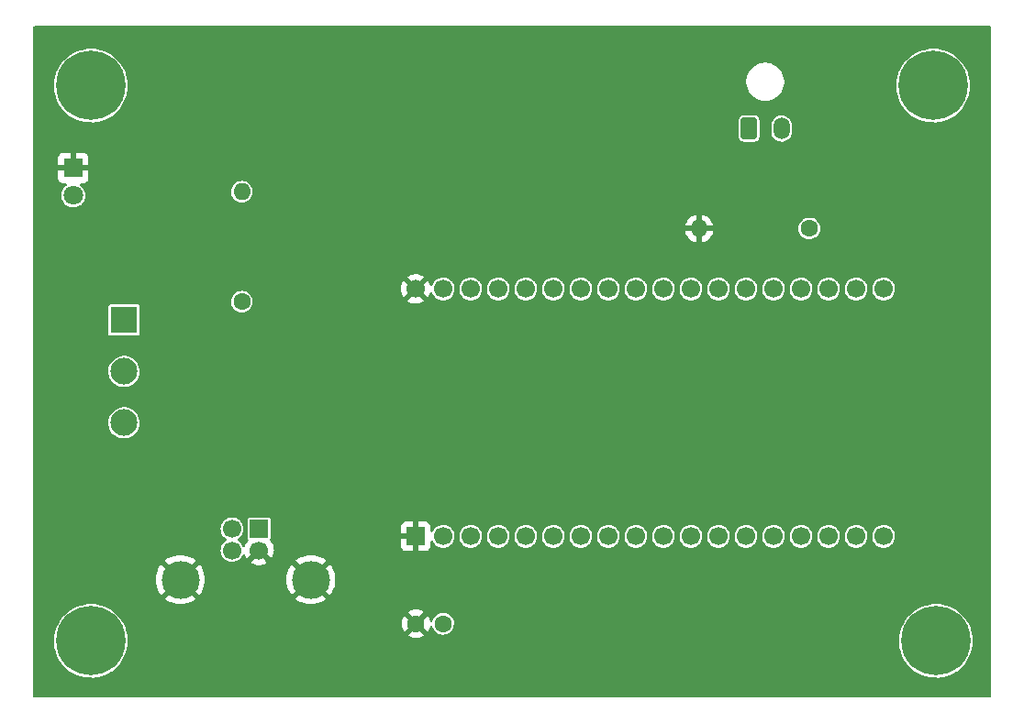
<source format=gbl>
G04 #@! TF.GenerationSoftware,KiCad,Pcbnew,(6.0.6)*
G04 #@! TF.CreationDate,2023-04-23T18:47:12-02:30*
G04 #@! TF.ProjectId,EStopTX,4553746f-7054-4582-9e6b-696361645f70,rev?*
G04 #@! TF.SameCoordinates,Original*
G04 #@! TF.FileFunction,Copper,L2,Bot*
G04 #@! TF.FilePolarity,Positive*
%FSLAX46Y46*%
G04 Gerber Fmt 4.6, Leading zero omitted, Abs format (unit mm)*
G04 Created by KiCad (PCBNEW (6.0.6)) date 2023-04-23 18:47:12*
%MOMM*%
%LPD*%
G01*
G04 APERTURE LIST*
G04 Aperture macros list*
%AMRoundRect*
0 Rectangle with rounded corners*
0 $1 Rounding radius*
0 $2 $3 $4 $5 $6 $7 $8 $9 X,Y pos of 4 corners*
0 Add a 4 corners polygon primitive as box body*
4,1,4,$2,$3,$4,$5,$6,$7,$8,$9,$2,$3,0*
0 Add four circle primitives for the rounded corners*
1,1,$1+$1,$2,$3*
1,1,$1+$1,$4,$5*
1,1,$1+$1,$6,$7*
1,1,$1+$1,$8,$9*
0 Add four rect primitives between the rounded corners*
20,1,$1+$1,$2,$3,$4,$5,0*
20,1,$1+$1,$4,$5,$6,$7,0*
20,1,$1+$1,$6,$7,$8,$9,0*
20,1,$1+$1,$8,$9,$2,$3,0*%
G04 Aperture macros list end*
G04 #@! TA.AperFunction,ComponentPad*
%ADD10C,0.800000*%
G04 #@! TD*
G04 #@! TA.AperFunction,ComponentPad*
%ADD11C,6.400000*%
G04 #@! TD*
G04 #@! TA.AperFunction,ComponentPad*
%ADD12R,1.800000X1.800000*%
G04 #@! TD*
G04 #@! TA.AperFunction,ComponentPad*
%ADD13C,1.800000*%
G04 #@! TD*
G04 #@! TA.AperFunction,ComponentPad*
%ADD14R,1.700000X1.700000*%
G04 #@! TD*
G04 #@! TA.AperFunction,ComponentPad*
%ADD15C,1.700000*%
G04 #@! TD*
G04 #@! TA.AperFunction,ComponentPad*
%ADD16C,3.500000*%
G04 #@! TD*
G04 #@! TA.AperFunction,ComponentPad*
%ADD17R,2.475000X2.475000*%
G04 #@! TD*
G04 #@! TA.AperFunction,ComponentPad*
%ADD18C,2.475000*%
G04 #@! TD*
G04 #@! TA.AperFunction,ComponentPad*
%ADD19C,1.600000*%
G04 #@! TD*
G04 #@! TA.AperFunction,ComponentPad*
%ADD20O,1.600000X1.600000*%
G04 #@! TD*
G04 #@! TA.AperFunction,ComponentPad*
%ADD21RoundRect,0.250001X-0.499999X-0.759999X0.499999X-0.759999X0.499999X0.759999X-0.499999X0.759999X0*%
G04 #@! TD*
G04 #@! TA.AperFunction,ComponentPad*
%ADD22O,1.500000X2.020000*%
G04 #@! TD*
G04 APERTURE END LIST*
D10*
X98124944Y-61802944D03*
X101519056Y-65197056D03*
X98124944Y-65197056D03*
X102222000Y-63500000D03*
X97422000Y-63500000D03*
X101519056Y-61802944D03*
X99822000Y-65900000D03*
X99822000Y-61100000D03*
D11*
X99822000Y-63500000D03*
D12*
X98200000Y-71125000D03*
D13*
X98200000Y-73665000D03*
D10*
X175400000Y-114808000D03*
X176102944Y-116505056D03*
X177800000Y-112408000D03*
X180200000Y-114808000D03*
X176102944Y-113110944D03*
X179497056Y-113110944D03*
X179497056Y-116505056D03*
X177800000Y-117208000D03*
D11*
X177800000Y-114808000D03*
D14*
X115350000Y-104447500D03*
D15*
X112850000Y-104447500D03*
X112850000Y-106447500D03*
X115350000Y-106447500D03*
D16*
X120120000Y-109157500D03*
X108080000Y-109157500D03*
D10*
X177546000Y-65900000D03*
D11*
X177546000Y-63500000D03*
D10*
X175848944Y-61802944D03*
X175146000Y-63500000D03*
X177546000Y-61100000D03*
X179946000Y-63500000D03*
X179243056Y-61802944D03*
X179243056Y-65197056D03*
X175848944Y-65197056D03*
D14*
X129794000Y-105156000D03*
D15*
X132334000Y-105156000D03*
X134874000Y-105156000D03*
X137414000Y-105156000D03*
X139954000Y-105156000D03*
X142494000Y-105156000D03*
X145034000Y-105156000D03*
X147574000Y-105156000D03*
X150114000Y-105156000D03*
X152654000Y-105156000D03*
X155194000Y-105156000D03*
X157734000Y-105156000D03*
X160274000Y-105156000D03*
X162814000Y-105156000D03*
X165354000Y-105156000D03*
X167894000Y-105156000D03*
X170434000Y-105156000D03*
X172974000Y-105156000D03*
X129794000Y-82296000D03*
X132334000Y-82296000D03*
X134874000Y-82296000D03*
X137414000Y-82296000D03*
X139954000Y-82296000D03*
X142494000Y-82296000D03*
X145034000Y-82296000D03*
X147574000Y-82296000D03*
X150114000Y-82296000D03*
X152654000Y-82296000D03*
X155194000Y-82296000D03*
X157734000Y-82296000D03*
X160274000Y-82296000D03*
X162814000Y-82296000D03*
X165354000Y-82296000D03*
X167894000Y-82296000D03*
X170434000Y-82296000D03*
X172974000Y-82296000D03*
D17*
X102884500Y-85166000D03*
D18*
X102884500Y-89916000D03*
X102884500Y-94666000D03*
D19*
X129825000Y-113225000D03*
X132325000Y-113225000D03*
X113750000Y-83475000D03*
D20*
X113750000Y-73315000D03*
D21*
X160552000Y-67470000D03*
D22*
X163552000Y-67470000D03*
D10*
X97422000Y-114808000D03*
X99822000Y-117208000D03*
X98124944Y-113110944D03*
D11*
X99822000Y-114808000D03*
D10*
X102222000Y-114808000D03*
X98124944Y-116505056D03*
X101519056Y-113110944D03*
X99822000Y-112408000D03*
X101519056Y-116505056D03*
D19*
X166116000Y-76708000D03*
D20*
X155956000Y-76708000D03*
G04 #@! TA.AperFunction,Conductor*
G36*
X182821121Y-58021002D02*
G01*
X182867614Y-58074658D01*
X182879000Y-58127000D01*
X182879000Y-119873014D01*
X182858998Y-119941135D01*
X182805342Y-119987628D01*
X182753014Y-119999014D01*
X138957734Y-120003969D01*
X94615013Y-120008986D01*
X94546891Y-119988992D01*
X94500392Y-119935341D01*
X94489000Y-119882986D01*
X94489000Y-114796113D01*
X96416527Y-114796113D01*
X96435162Y-115163971D01*
X96435699Y-115167326D01*
X96435700Y-115167332D01*
X96476038Y-115419170D01*
X96493416Y-115527665D01*
X96590608Y-115882941D01*
X96725602Y-116225642D01*
X96896817Y-116551759D01*
X96898718Y-116554588D01*
X96898724Y-116554598D01*
X97083707Y-116829879D01*
X97102252Y-116857477D01*
X97339502Y-117139221D01*
X97442006Y-117237176D01*
X97603329Y-117391341D01*
X97603336Y-117391347D01*
X97605792Y-117393694D01*
X97898008Y-117617919D01*
X98212731Y-117809274D01*
X98546279Y-117965519D01*
X98549497Y-117966621D01*
X98549500Y-117966622D01*
X98891528Y-118083725D01*
X98891536Y-118083727D01*
X98894751Y-118084828D01*
X99254070Y-118165804D01*
X99337002Y-118175253D01*
X99616650Y-118207115D01*
X99616658Y-118207115D01*
X99620033Y-118207500D01*
X99623437Y-118207518D01*
X99623440Y-118207518D01*
X99823074Y-118208563D01*
X99988358Y-118209428D01*
X99991744Y-118209078D01*
X99991746Y-118209078D01*
X100351345Y-118171918D01*
X100351354Y-118171917D01*
X100354737Y-118171567D01*
X100358070Y-118170853D01*
X100358073Y-118170852D01*
X100535488Y-118132817D01*
X100714884Y-118094358D01*
X101064586Y-117978705D01*
X101399752Y-117825961D01*
X101496965Y-117768240D01*
X101713516Y-117639662D01*
X101713521Y-117639659D01*
X101716461Y-117637913D01*
X101743091Y-117617919D01*
X102008276Y-117418812D01*
X102011009Y-117416760D01*
X102279950Y-117165089D01*
X102520138Y-116885846D01*
X102537838Y-116860093D01*
X102726831Y-116585104D01*
X102728762Y-116582295D01*
X102730374Y-116579301D01*
X102730379Y-116579293D01*
X102901761Y-116261001D01*
X102903383Y-116257989D01*
X103041958Y-115916720D01*
X103142865Y-115562482D01*
X103204925Y-115199418D01*
X103206888Y-115167332D01*
X103227301Y-114833572D01*
X103227411Y-114831775D01*
X103227494Y-114808000D01*
X103226850Y-114796113D01*
X174394527Y-114796113D01*
X174413162Y-115163971D01*
X174413699Y-115167326D01*
X174413700Y-115167332D01*
X174454038Y-115419170D01*
X174471416Y-115527665D01*
X174568608Y-115882941D01*
X174703602Y-116225642D01*
X174874817Y-116551759D01*
X174876718Y-116554588D01*
X174876724Y-116554598D01*
X175061707Y-116829879D01*
X175080252Y-116857477D01*
X175317502Y-117139221D01*
X175420006Y-117237176D01*
X175581329Y-117391341D01*
X175581336Y-117391347D01*
X175583792Y-117393694D01*
X175876008Y-117617919D01*
X176190731Y-117809274D01*
X176524279Y-117965519D01*
X176527497Y-117966621D01*
X176527500Y-117966622D01*
X176869528Y-118083725D01*
X176869536Y-118083727D01*
X176872751Y-118084828D01*
X177232070Y-118165804D01*
X177315002Y-118175253D01*
X177594650Y-118207115D01*
X177594658Y-118207115D01*
X177598033Y-118207500D01*
X177601437Y-118207518D01*
X177601440Y-118207518D01*
X177801074Y-118208563D01*
X177966358Y-118209428D01*
X177969744Y-118209078D01*
X177969746Y-118209078D01*
X178329345Y-118171918D01*
X178329354Y-118171917D01*
X178332737Y-118171567D01*
X178336070Y-118170853D01*
X178336073Y-118170852D01*
X178513488Y-118132817D01*
X178692884Y-118094358D01*
X179042586Y-117978705D01*
X179377752Y-117825961D01*
X179474965Y-117768240D01*
X179691516Y-117639662D01*
X179691521Y-117639659D01*
X179694461Y-117637913D01*
X179721091Y-117617919D01*
X179986276Y-117418812D01*
X179989009Y-117416760D01*
X180257950Y-117165089D01*
X180498138Y-116885846D01*
X180515838Y-116860093D01*
X180704831Y-116585104D01*
X180706762Y-116582295D01*
X180708374Y-116579301D01*
X180708379Y-116579293D01*
X180879761Y-116261001D01*
X180881383Y-116257989D01*
X181019958Y-115916720D01*
X181120865Y-115562482D01*
X181182925Y-115199418D01*
X181184888Y-115167332D01*
X181205301Y-114833572D01*
X181205411Y-114831775D01*
X181205494Y-114808000D01*
X181185575Y-114440209D01*
X181126052Y-114076720D01*
X181027620Y-113721786D01*
X181024443Y-113713801D01*
X180892690Y-113382722D01*
X180891431Y-113379558D01*
X180814669Y-113234580D01*
X180720677Y-113057060D01*
X180720673Y-113057053D01*
X180719078Y-113054041D01*
X180512578Y-112749041D01*
X180274346Y-112468128D01*
X180031279Y-112237466D01*
X180009635Y-112216927D01*
X180009634Y-112216926D01*
X180007168Y-112214586D01*
X179812461Y-112066258D01*
X179716879Y-111993444D01*
X179716877Y-111993442D01*
X179714172Y-111991382D01*
X179711260Y-111989625D01*
X179711255Y-111989622D01*
X179401705Y-111802889D01*
X179401696Y-111802884D01*
X179398783Y-111801127D01*
X179395693Y-111799693D01*
X179395688Y-111799690D01*
X179231737Y-111723587D01*
X179064691Y-111646047D01*
X179061466Y-111644955D01*
X179061460Y-111644953D01*
X178719032Y-111529048D01*
X178719027Y-111529047D01*
X178715805Y-111527956D01*
X178481920Y-111476104D01*
X178359536Y-111448972D01*
X178359532Y-111448971D01*
X178356206Y-111448234D01*
X178206624Y-111431720D01*
X177993482Y-111408189D01*
X177993475Y-111408189D01*
X177990100Y-111407816D01*
X177986701Y-111407810D01*
X177986700Y-111407810D01*
X177812979Y-111407507D01*
X177621770Y-111407173D01*
X177484556Y-111421837D01*
X177258910Y-111445951D01*
X177258904Y-111445952D01*
X177255526Y-111446313D01*
X176895650Y-111524779D01*
X176546354Y-111641652D01*
X176543261Y-111643075D01*
X176543260Y-111643075D01*
X176533674Y-111647484D01*
X176211723Y-111795565D01*
X176208789Y-111797321D01*
X176208787Y-111797322D01*
X176114763Y-111853594D01*
X175895672Y-111984718D01*
X175601898Y-112206897D01*
X175333837Y-112459505D01*
X175331625Y-112462095D01*
X175331624Y-112462096D01*
X175280994Y-112521376D01*
X175094626Y-112739585D01*
X175092698Y-112742412D01*
X175092696Y-112742414D01*
X175037343Y-112823559D01*
X174887062Y-113043862D01*
X174881646Y-113054006D01*
X174795459Y-113215420D01*
X174713574Y-113368776D01*
X174712299Y-113371948D01*
X174712297Y-113371952D01*
X174604836Y-113639272D01*
X174576192Y-113710526D01*
X174575273Y-113713794D01*
X174575271Y-113713801D01*
X174480619Y-114050535D01*
X174476521Y-114065115D01*
X174475959Y-114068472D01*
X174475959Y-114068473D01*
X174435205Y-114312012D01*
X174415729Y-114428393D01*
X174394527Y-114796113D01*
X103226850Y-114796113D01*
X103207575Y-114440209D01*
X103186427Y-114311062D01*
X129103493Y-114311062D01*
X129112789Y-114323077D01*
X129163994Y-114358931D01*
X129173489Y-114364414D01*
X129370947Y-114456490D01*
X129381239Y-114460236D01*
X129591688Y-114516625D01*
X129602481Y-114518528D01*
X129819525Y-114537517D01*
X129830475Y-114537517D01*
X130047519Y-114518528D01*
X130058312Y-114516625D01*
X130268761Y-114460236D01*
X130279053Y-114456490D01*
X130476511Y-114364414D01*
X130486006Y-114358931D01*
X130538048Y-114322491D01*
X130546424Y-114312012D01*
X130539356Y-114298566D01*
X129837812Y-113597022D01*
X129823868Y-113589408D01*
X129822035Y-113589539D01*
X129815420Y-113593790D01*
X129109923Y-114299287D01*
X129103493Y-114311062D01*
X103186427Y-114311062D01*
X103148052Y-114076720D01*
X103049620Y-113721786D01*
X103046443Y-113713801D01*
X102914690Y-113382722D01*
X102913431Y-113379558D01*
X102836669Y-113234580D01*
X102834496Y-113230475D01*
X128512483Y-113230475D01*
X128531472Y-113447519D01*
X128533375Y-113458312D01*
X128589764Y-113668761D01*
X128593510Y-113679053D01*
X128685586Y-113876511D01*
X128691069Y-113886006D01*
X128727509Y-113938048D01*
X128737988Y-113946424D01*
X128751434Y-113939356D01*
X129452978Y-113237812D01*
X129459356Y-113226132D01*
X130189408Y-113226132D01*
X130189539Y-113227965D01*
X130193790Y-113234580D01*
X130899287Y-113940077D01*
X130911062Y-113946507D01*
X130923077Y-113937211D01*
X130958931Y-113886006D01*
X130964414Y-113876511D01*
X131056490Y-113679053D01*
X131060236Y-113668761D01*
X131112267Y-113474577D01*
X131149219Y-113413954D01*
X131213079Y-113382933D01*
X131283574Y-113391361D01*
X131338321Y-113436564D01*
X131355093Y-113472457D01*
X131390258Y-113595091D01*
X131393076Y-113600574D01*
X131477123Y-113764113D01*
X131477126Y-113764117D01*
X131479944Y-113769601D01*
X131601818Y-113923369D01*
X131606511Y-113927363D01*
X131606512Y-113927364D01*
X131628908Y-113946424D01*
X131751238Y-114050535D01*
X131756616Y-114053541D01*
X131756618Y-114053542D01*
X131792188Y-114073421D01*
X131922513Y-114146257D01*
X132109118Y-114206889D01*
X132303946Y-114230121D01*
X132310081Y-114229649D01*
X132310083Y-114229649D01*
X132493434Y-114215541D01*
X132493438Y-114215540D01*
X132499576Y-114215068D01*
X132688556Y-114162303D01*
X132863689Y-114073837D01*
X132879049Y-114061837D01*
X133013453Y-113956829D01*
X133018303Y-113953040D01*
X133029493Y-113940077D01*
X133142485Y-113809173D01*
X133142485Y-113809172D01*
X133146509Y-113804511D01*
X133243425Y-113633909D01*
X133305358Y-113447732D01*
X133329949Y-113253071D01*
X133330341Y-113225000D01*
X133311194Y-113029728D01*
X133309413Y-113023829D01*
X133309412Y-113023824D01*
X133256265Y-112847793D01*
X133254484Y-112841894D01*
X133162370Y-112668653D01*
X133038361Y-112516602D01*
X132887180Y-112391535D01*
X132714585Y-112298213D01*
X132620868Y-112269203D01*
X132533039Y-112242015D01*
X132533036Y-112242014D01*
X132527152Y-112240193D01*
X132521027Y-112239549D01*
X132521026Y-112239549D01*
X132338147Y-112220327D01*
X132338146Y-112220327D01*
X132332019Y-112219683D01*
X132209383Y-112230844D01*
X132142759Y-112236907D01*
X132142758Y-112236907D01*
X132136618Y-112237466D01*
X132130704Y-112239207D01*
X132130702Y-112239207D01*
X132001734Y-112277165D01*
X131948393Y-112292864D01*
X131942928Y-112295721D01*
X131779972Y-112380912D01*
X131779968Y-112380915D01*
X131774512Y-112383767D01*
X131769712Y-112387627D01*
X131769711Y-112387627D01*
X131735326Y-112415273D01*
X131621600Y-112506711D01*
X131495480Y-112657016D01*
X131492516Y-112662408D01*
X131492513Y-112662412D01*
X131443338Y-112751862D01*
X131400956Y-112828954D01*
X131399095Y-112834821D01*
X131399094Y-112834823D01*
X131353470Y-112978648D01*
X131313806Y-113037532D01*
X131248604Y-113065624D01*
X131178565Y-113054006D01*
X131125925Y-113006367D01*
X131111661Y-112973160D01*
X131060236Y-112781239D01*
X131056490Y-112770947D01*
X130964414Y-112573489D01*
X130958931Y-112563994D01*
X130922491Y-112511952D01*
X130912012Y-112503576D01*
X130898566Y-112510644D01*
X130197022Y-113212188D01*
X130189408Y-113226132D01*
X129459356Y-113226132D01*
X129460592Y-113223868D01*
X129460461Y-113222035D01*
X129456210Y-113215420D01*
X128750713Y-112509923D01*
X128738938Y-112503493D01*
X128726923Y-112512789D01*
X128691069Y-112563994D01*
X128685586Y-112573489D01*
X128593510Y-112770947D01*
X128589764Y-112781239D01*
X128533375Y-112991688D01*
X128531472Y-113002481D01*
X128512483Y-113219525D01*
X128512483Y-113230475D01*
X102834496Y-113230475D01*
X102742677Y-113057060D01*
X102742673Y-113057053D01*
X102741078Y-113054041D01*
X102534578Y-112749041D01*
X102296346Y-112468128D01*
X102053279Y-112237466D01*
X102031635Y-112216927D01*
X102031634Y-112216926D01*
X102029168Y-112214586D01*
X101928619Y-112137988D01*
X129103576Y-112137988D01*
X129110644Y-112151434D01*
X129812188Y-112852978D01*
X129826132Y-112860592D01*
X129827965Y-112860461D01*
X129834580Y-112856210D01*
X130540077Y-112150713D01*
X130546507Y-112138938D01*
X130537211Y-112126923D01*
X130486006Y-112091069D01*
X130476511Y-112085586D01*
X130279053Y-111993510D01*
X130268761Y-111989764D01*
X130058312Y-111933375D01*
X130047519Y-111931472D01*
X129830475Y-111912483D01*
X129819525Y-111912483D01*
X129602481Y-111931472D01*
X129591688Y-111933375D01*
X129381239Y-111989764D01*
X129370947Y-111993510D01*
X129173489Y-112085586D01*
X129163994Y-112091069D01*
X129111952Y-112127509D01*
X129103576Y-112137988D01*
X101928619Y-112137988D01*
X101834461Y-112066258D01*
X101738879Y-111993444D01*
X101738877Y-111993442D01*
X101736172Y-111991382D01*
X101733260Y-111989625D01*
X101733255Y-111989622D01*
X101423705Y-111802889D01*
X101423696Y-111802884D01*
X101420783Y-111801127D01*
X101417693Y-111799693D01*
X101417688Y-111799690D01*
X101253737Y-111723587D01*
X101086691Y-111646047D01*
X101083466Y-111644955D01*
X101083460Y-111644953D01*
X100741032Y-111529048D01*
X100741027Y-111529047D01*
X100737805Y-111527956D01*
X100503920Y-111476104D01*
X100381536Y-111448972D01*
X100381532Y-111448971D01*
X100378206Y-111448234D01*
X100228624Y-111431720D01*
X100015482Y-111408189D01*
X100015475Y-111408189D01*
X100012100Y-111407816D01*
X100008701Y-111407810D01*
X100008700Y-111407810D01*
X99834979Y-111407507D01*
X99643770Y-111407173D01*
X99506556Y-111421837D01*
X99280910Y-111445951D01*
X99280904Y-111445952D01*
X99277526Y-111446313D01*
X98917650Y-111524779D01*
X98568354Y-111641652D01*
X98565261Y-111643075D01*
X98565260Y-111643075D01*
X98555674Y-111647484D01*
X98233723Y-111795565D01*
X98230789Y-111797321D01*
X98230787Y-111797322D01*
X98136763Y-111853594D01*
X97917672Y-111984718D01*
X97623898Y-112206897D01*
X97355837Y-112459505D01*
X97353625Y-112462095D01*
X97353624Y-112462096D01*
X97302994Y-112521376D01*
X97116626Y-112739585D01*
X97114698Y-112742412D01*
X97114696Y-112742414D01*
X97059343Y-112823559D01*
X96909062Y-113043862D01*
X96903646Y-113054006D01*
X96817459Y-113215420D01*
X96735574Y-113368776D01*
X96734299Y-113371948D01*
X96734297Y-113371952D01*
X96626836Y-113639272D01*
X96598192Y-113710526D01*
X96597273Y-113713794D01*
X96597271Y-113713801D01*
X96502619Y-114050535D01*
X96498521Y-114065115D01*
X96497959Y-114068472D01*
X96497959Y-114068473D01*
X96457205Y-114312012D01*
X96437729Y-114428393D01*
X96416527Y-114796113D01*
X94489000Y-114796113D01*
X94489000Y-110926356D01*
X106676601Y-110926356D01*
X106683059Y-110935716D01*
X106699361Y-110950012D01*
X106705901Y-110955030D01*
X106945144Y-111114887D01*
X106952281Y-111119008D01*
X107210349Y-111246272D01*
X107217953Y-111249422D01*
X107490420Y-111341912D01*
X107498383Y-111344046D01*
X107780600Y-111400183D01*
X107788751Y-111401256D01*
X108075881Y-111420075D01*
X108084119Y-111420075D01*
X108371249Y-111401256D01*
X108379400Y-111400183D01*
X108661617Y-111344046D01*
X108669580Y-111341912D01*
X108942047Y-111249422D01*
X108949651Y-111246272D01*
X109207719Y-111119008D01*
X109214856Y-111114887D01*
X109454099Y-110955030D01*
X109460639Y-110950012D01*
X109475074Y-110937353D01*
X109482050Y-110926356D01*
X118716601Y-110926356D01*
X118723059Y-110935716D01*
X118739361Y-110950012D01*
X118745901Y-110955030D01*
X118985144Y-111114887D01*
X118992281Y-111119008D01*
X119250349Y-111246272D01*
X119257953Y-111249422D01*
X119530420Y-111341912D01*
X119538383Y-111344046D01*
X119820600Y-111400183D01*
X119828751Y-111401256D01*
X120115881Y-111420075D01*
X120124119Y-111420075D01*
X120411249Y-111401256D01*
X120419400Y-111400183D01*
X120701617Y-111344046D01*
X120709580Y-111341912D01*
X120982047Y-111249422D01*
X120989651Y-111246272D01*
X121247719Y-111119008D01*
X121254856Y-111114887D01*
X121494099Y-110955030D01*
X121500639Y-110950012D01*
X121515074Y-110937353D01*
X121523472Y-110924114D01*
X121517638Y-110914349D01*
X120132810Y-109529520D01*
X120118869Y-109521908D01*
X120117034Y-109522039D01*
X120110420Y-109526290D01*
X118724116Y-110912595D01*
X118716601Y-110926356D01*
X109482050Y-110926356D01*
X109483472Y-110924114D01*
X109477638Y-110914349D01*
X108092810Y-109529520D01*
X108078869Y-109521908D01*
X108077034Y-109522039D01*
X108070420Y-109526290D01*
X106684116Y-110912595D01*
X106676601Y-110926356D01*
X94489000Y-110926356D01*
X94489000Y-109161619D01*
X105817425Y-109161619D01*
X105836244Y-109448749D01*
X105837317Y-109456900D01*
X105893454Y-109739117D01*
X105895588Y-109747080D01*
X105988078Y-110019547D01*
X105991228Y-110027151D01*
X106118492Y-110285218D01*
X106122613Y-110292355D01*
X106282470Y-110531599D01*
X106287488Y-110538139D01*
X106300147Y-110552574D01*
X106313386Y-110560972D01*
X106323151Y-110555138D01*
X107707980Y-109170310D01*
X107714357Y-109158631D01*
X108444408Y-109158631D01*
X108444539Y-109160466D01*
X108448790Y-109167080D01*
X109835095Y-110553384D01*
X109848856Y-110560899D01*
X109858216Y-110554441D01*
X109872512Y-110538139D01*
X109877530Y-110531599D01*
X110037387Y-110292355D01*
X110041508Y-110285218D01*
X110168772Y-110027151D01*
X110171922Y-110019547D01*
X110264412Y-109747080D01*
X110266546Y-109739117D01*
X110322683Y-109456900D01*
X110323756Y-109448749D01*
X110342575Y-109161619D01*
X117857425Y-109161619D01*
X117876244Y-109448749D01*
X117877317Y-109456900D01*
X117933454Y-109739117D01*
X117935588Y-109747080D01*
X118028078Y-110019547D01*
X118031228Y-110027151D01*
X118158492Y-110285218D01*
X118162613Y-110292355D01*
X118322470Y-110531599D01*
X118327488Y-110538139D01*
X118340147Y-110552574D01*
X118353386Y-110560972D01*
X118363151Y-110555138D01*
X119747980Y-109170310D01*
X119754357Y-109158631D01*
X120484408Y-109158631D01*
X120484539Y-109160466D01*
X120488790Y-109167080D01*
X121875095Y-110553384D01*
X121888856Y-110560899D01*
X121898216Y-110554441D01*
X121912512Y-110538139D01*
X121917530Y-110531599D01*
X122077387Y-110292355D01*
X122081508Y-110285218D01*
X122208772Y-110027151D01*
X122211922Y-110019547D01*
X122304412Y-109747080D01*
X122306546Y-109739117D01*
X122362683Y-109456900D01*
X122363756Y-109448749D01*
X122382575Y-109161619D01*
X122382575Y-109153381D01*
X122363756Y-108866251D01*
X122362683Y-108858100D01*
X122306546Y-108575883D01*
X122304412Y-108567920D01*
X122211922Y-108295453D01*
X122208772Y-108287849D01*
X122081508Y-108029782D01*
X122077387Y-108022645D01*
X121917530Y-107783401D01*
X121912512Y-107776861D01*
X121899853Y-107762426D01*
X121886614Y-107754028D01*
X121876849Y-107759862D01*
X120492020Y-109144690D01*
X120484408Y-109158631D01*
X119754357Y-109158631D01*
X119755592Y-109156369D01*
X119755461Y-109154534D01*
X119751210Y-109147920D01*
X118364905Y-107761616D01*
X118351144Y-107754101D01*
X118341784Y-107760559D01*
X118327488Y-107776861D01*
X118322470Y-107783401D01*
X118162613Y-108022645D01*
X118158492Y-108029782D01*
X118031228Y-108287849D01*
X118028078Y-108295453D01*
X117935588Y-108567920D01*
X117933454Y-108575883D01*
X117877317Y-108858100D01*
X117876244Y-108866251D01*
X117857425Y-109153381D01*
X117857425Y-109161619D01*
X110342575Y-109161619D01*
X110342575Y-109153381D01*
X110323756Y-108866251D01*
X110322683Y-108858100D01*
X110266546Y-108575883D01*
X110264412Y-108567920D01*
X110171922Y-108295453D01*
X110168772Y-108287849D01*
X110041508Y-108029782D01*
X110037387Y-108022645D01*
X109877530Y-107783401D01*
X109872512Y-107776861D01*
X109859853Y-107762426D01*
X109846614Y-107754028D01*
X109836849Y-107759862D01*
X108452020Y-109144690D01*
X108444408Y-109158631D01*
X107714357Y-109158631D01*
X107715592Y-109156369D01*
X107715461Y-109154534D01*
X107711210Y-109147920D01*
X106324905Y-107761616D01*
X106311144Y-107754101D01*
X106301784Y-107760559D01*
X106287488Y-107776861D01*
X106282470Y-107783401D01*
X106122613Y-108022645D01*
X106118492Y-108029782D01*
X105991228Y-108287849D01*
X105988078Y-108295453D01*
X105895588Y-108567920D01*
X105893454Y-108575883D01*
X105837317Y-108858100D01*
X105836244Y-108866251D01*
X105817425Y-109153381D01*
X105817425Y-109161619D01*
X94489000Y-109161619D01*
X94489000Y-107390886D01*
X106676528Y-107390886D01*
X106682362Y-107400651D01*
X108067190Y-108785480D01*
X108081131Y-108793092D01*
X108082966Y-108792961D01*
X108089580Y-108788710D01*
X109305936Y-107572353D01*
X114589977Y-107572353D01*
X114595258Y-107579407D01*
X114756756Y-107673779D01*
X114766042Y-107678229D01*
X114965001Y-107754203D01*
X114974899Y-107757079D01*
X115183595Y-107799538D01*
X115193823Y-107800757D01*
X115406650Y-107808562D01*
X115416936Y-107808095D01*
X115628185Y-107781034D01*
X115638262Y-107778892D01*
X115842255Y-107717691D01*
X115851842Y-107713933D01*
X116043098Y-107620238D01*
X116051944Y-107614965D01*
X116099247Y-107581223D01*
X116107648Y-107570523D01*
X116100660Y-107557370D01*
X115934176Y-107390886D01*
X118716528Y-107390886D01*
X118722362Y-107400651D01*
X120107190Y-108785480D01*
X120121131Y-108793092D01*
X120122966Y-108792961D01*
X120129580Y-108788710D01*
X121515884Y-107402405D01*
X121523399Y-107388644D01*
X121516941Y-107379284D01*
X121500639Y-107364988D01*
X121494099Y-107359970D01*
X121254856Y-107200113D01*
X121247719Y-107195992D01*
X120989651Y-107068728D01*
X120982047Y-107065578D01*
X120709580Y-106973088D01*
X120701617Y-106970954D01*
X120419400Y-106914817D01*
X120411249Y-106913744D01*
X120124119Y-106894925D01*
X120115881Y-106894925D01*
X119828751Y-106913744D01*
X119820600Y-106914817D01*
X119538383Y-106970954D01*
X119530420Y-106973088D01*
X119257953Y-107065578D01*
X119250349Y-107068728D01*
X118992282Y-107195992D01*
X118985145Y-107200113D01*
X118745901Y-107359970D01*
X118739361Y-107364988D01*
X118724926Y-107377647D01*
X118716528Y-107390886D01*
X115934176Y-107390886D01*
X115362812Y-106819522D01*
X115348868Y-106811908D01*
X115347035Y-106812039D01*
X115340420Y-106816290D01*
X114596737Y-107559973D01*
X114589977Y-107572353D01*
X109305936Y-107572353D01*
X109475884Y-107402405D01*
X109483399Y-107388644D01*
X109476941Y-107379284D01*
X109460639Y-107364988D01*
X109454099Y-107359970D01*
X109214856Y-107200113D01*
X109207719Y-107195992D01*
X108949651Y-107068728D01*
X108942047Y-107065578D01*
X108669580Y-106973088D01*
X108661617Y-106970954D01*
X108379400Y-106914817D01*
X108371249Y-106913744D01*
X108084119Y-106894925D01*
X108075881Y-106894925D01*
X107788751Y-106913744D01*
X107780600Y-106914817D01*
X107498383Y-106970954D01*
X107490420Y-106973088D01*
X107217953Y-107065578D01*
X107210349Y-107068728D01*
X106952282Y-107195992D01*
X106945145Y-107200113D01*
X106705901Y-107359970D01*
X106699361Y-107364988D01*
X106684926Y-107377647D01*
X106676528Y-107390886D01*
X94489000Y-107390886D01*
X94489000Y-106432762D01*
X111794520Y-106432762D01*
X111811759Y-106638053D01*
X111813458Y-106643978D01*
X111862868Y-106816290D01*
X111868544Y-106836086D01*
X111871359Y-106841563D01*
X111871360Y-106841566D01*
X111937856Y-106970954D01*
X111962712Y-107019318D01*
X112090677Y-107180770D01*
X112247564Y-107314291D01*
X112427398Y-107414797D01*
X112522238Y-107445613D01*
X112617471Y-107476556D01*
X112617475Y-107476557D01*
X112623329Y-107478459D01*
X112827894Y-107502851D01*
X112834029Y-107502379D01*
X112834031Y-107502379D01*
X112890039Y-107498069D01*
X113033300Y-107487046D01*
X113039230Y-107485390D01*
X113039232Y-107485390D01*
X113225797Y-107433300D01*
X113225796Y-107433300D01*
X113231725Y-107431645D01*
X113237214Y-107428872D01*
X113237220Y-107428870D01*
X113410116Y-107341533D01*
X113415610Y-107338758D01*
X113577951Y-107211924D01*
X113582737Y-107206380D01*
X113708540Y-107060634D01*
X113708540Y-107060633D01*
X113712564Y-107055972D01*
X113733387Y-107019318D01*
X113760861Y-106970954D01*
X113814323Y-106876844D01*
X113816508Y-106870277D01*
X113816732Y-106869953D01*
X113818774Y-106865367D01*
X113819646Y-106865755D01*
X113856986Y-106811953D01*
X113922574Y-106784771D01*
X113992445Y-106797364D01*
X114044416Y-106845733D01*
X114052809Y-106862643D01*
X114131770Y-107057103D01*
X114136413Y-107066294D01*
X114216460Y-107196920D01*
X114226916Y-107206380D01*
X114235694Y-107202596D01*
X115260905Y-106177385D01*
X115323217Y-106143359D01*
X115394032Y-106148424D01*
X115439095Y-106177385D01*
X116460474Y-107198764D01*
X116472484Y-107205323D01*
X116484223Y-107196355D01*
X116515004Y-107153519D01*
X116520315Y-107144680D01*
X116614670Y-106953767D01*
X116618469Y-106944172D01*
X116680376Y-106740415D01*
X116682555Y-106730334D01*
X116710590Y-106517387D01*
X116711109Y-106510712D01*
X116712572Y-106450864D01*
X116712378Y-106444146D01*
X116694781Y-106230104D01*
X116693096Y-106219924D01*
X116650582Y-106050669D01*
X128436001Y-106050669D01*
X128436371Y-106057490D01*
X128441895Y-106108352D01*
X128445521Y-106123604D01*
X128490676Y-106244054D01*
X128499214Y-106259649D01*
X128575715Y-106361724D01*
X128588276Y-106374285D01*
X128690351Y-106450786D01*
X128705946Y-106459324D01*
X128826394Y-106504478D01*
X128841649Y-106508105D01*
X128892514Y-106513631D01*
X128899328Y-106514000D01*
X129521885Y-106514000D01*
X129537124Y-106509525D01*
X129538329Y-106508135D01*
X129540000Y-106500452D01*
X129540000Y-106495884D01*
X130048000Y-106495884D01*
X130052475Y-106511123D01*
X130053865Y-106512328D01*
X130061548Y-106513999D01*
X130688669Y-106513999D01*
X130695490Y-106513629D01*
X130746352Y-106508105D01*
X130761604Y-106504479D01*
X130882054Y-106459324D01*
X130897649Y-106450786D01*
X130999724Y-106374285D01*
X131012285Y-106361724D01*
X131088786Y-106259649D01*
X131097324Y-106244054D01*
X131142478Y-106123606D01*
X131146105Y-106108351D01*
X131151631Y-106057486D01*
X131152000Y-106050672D01*
X131152000Y-105675192D01*
X131172002Y-105607071D01*
X131225658Y-105560578D01*
X131295932Y-105550474D01*
X131360512Y-105579968D01*
X131390067Y-105617598D01*
X131446712Y-105727818D01*
X131574677Y-105889270D01*
X131731564Y-106022791D01*
X131736942Y-106025797D01*
X131736944Y-106025798D01*
X131757945Y-106037535D01*
X131911398Y-106123297D01*
X131988731Y-106148424D01*
X132101471Y-106185056D01*
X132101475Y-106185057D01*
X132107329Y-106186959D01*
X132311894Y-106211351D01*
X132318029Y-106210879D01*
X132318031Y-106210879D01*
X132374039Y-106206569D01*
X132517300Y-106195546D01*
X132523230Y-106193890D01*
X132523232Y-106193890D01*
X132686073Y-106148424D01*
X132715725Y-106140145D01*
X132721214Y-106137372D01*
X132721220Y-106137370D01*
X132894116Y-106050033D01*
X132899610Y-106047258D01*
X132942979Y-106013375D01*
X133057101Y-105924213D01*
X133061951Y-105920424D01*
X133111217Y-105863349D01*
X133192540Y-105769134D01*
X133192540Y-105769133D01*
X133196564Y-105764472D01*
X133217387Y-105727818D01*
X133285980Y-105607071D01*
X133298323Y-105585344D01*
X133363351Y-105389863D01*
X133389171Y-105185474D01*
X133389583Y-105156000D01*
X133388138Y-105141262D01*
X133818520Y-105141262D01*
X133819036Y-105147406D01*
X133834902Y-105336343D01*
X133835759Y-105346553D01*
X133837458Y-105352478D01*
X133879186Y-105498000D01*
X133892544Y-105544586D01*
X133895359Y-105550063D01*
X133895360Y-105550066D01*
X133968980Y-105693315D01*
X133986712Y-105727818D01*
X134114677Y-105889270D01*
X134271564Y-106022791D01*
X134276942Y-106025797D01*
X134276944Y-106025798D01*
X134297945Y-106037535D01*
X134451398Y-106123297D01*
X134528731Y-106148424D01*
X134641471Y-106185056D01*
X134641475Y-106185057D01*
X134647329Y-106186959D01*
X134851894Y-106211351D01*
X134858029Y-106210879D01*
X134858031Y-106210879D01*
X134914039Y-106206569D01*
X135057300Y-106195546D01*
X135063230Y-106193890D01*
X135063232Y-106193890D01*
X135226073Y-106148424D01*
X135255725Y-106140145D01*
X135261214Y-106137372D01*
X135261220Y-106137370D01*
X135434116Y-106050033D01*
X135439610Y-106047258D01*
X135482979Y-106013375D01*
X135597101Y-105924213D01*
X135601951Y-105920424D01*
X135651217Y-105863349D01*
X135732540Y-105769134D01*
X135732540Y-105769133D01*
X135736564Y-105764472D01*
X135757387Y-105727818D01*
X135825980Y-105607071D01*
X135838323Y-105585344D01*
X135903351Y-105389863D01*
X135929171Y-105185474D01*
X135929583Y-105156000D01*
X135928138Y-105141262D01*
X136358520Y-105141262D01*
X136359036Y-105147406D01*
X136374902Y-105336343D01*
X136375759Y-105346553D01*
X136377458Y-105352478D01*
X136419186Y-105498000D01*
X136432544Y-105544586D01*
X136435359Y-105550063D01*
X136435360Y-105550066D01*
X136508980Y-105693315D01*
X136526712Y-105727818D01*
X136654677Y-105889270D01*
X136811564Y-106022791D01*
X136816942Y-106025797D01*
X136816944Y-106025798D01*
X136837945Y-106037535D01*
X136991398Y-106123297D01*
X137068731Y-106148424D01*
X137181471Y-106185056D01*
X137181475Y-106185057D01*
X137187329Y-106186959D01*
X137391894Y-106211351D01*
X137398029Y-106210879D01*
X137398031Y-106210879D01*
X137454039Y-106206569D01*
X137597300Y-106195546D01*
X137603230Y-106193890D01*
X137603232Y-106193890D01*
X137766073Y-106148424D01*
X137795725Y-106140145D01*
X137801214Y-106137372D01*
X137801220Y-106137370D01*
X137974116Y-106050033D01*
X137979610Y-106047258D01*
X138022979Y-106013375D01*
X138137101Y-105924213D01*
X138141951Y-105920424D01*
X138191217Y-105863349D01*
X138272540Y-105769134D01*
X138272540Y-105769133D01*
X138276564Y-105764472D01*
X138297387Y-105727818D01*
X138365980Y-105607071D01*
X138378323Y-105585344D01*
X138443351Y-105389863D01*
X138469171Y-105185474D01*
X138469583Y-105156000D01*
X138468138Y-105141262D01*
X138898520Y-105141262D01*
X138899036Y-105147406D01*
X138914902Y-105336343D01*
X138915759Y-105346553D01*
X138917458Y-105352478D01*
X138959186Y-105498000D01*
X138972544Y-105544586D01*
X138975359Y-105550063D01*
X138975360Y-105550066D01*
X139048980Y-105693315D01*
X139066712Y-105727818D01*
X139194677Y-105889270D01*
X139351564Y-106022791D01*
X139356942Y-106025797D01*
X139356944Y-106025798D01*
X139377945Y-106037535D01*
X139531398Y-106123297D01*
X139608731Y-106148424D01*
X139721471Y-106185056D01*
X139721475Y-106185057D01*
X139727329Y-106186959D01*
X139931894Y-106211351D01*
X139938029Y-106210879D01*
X139938031Y-106210879D01*
X139994039Y-106206569D01*
X140137300Y-106195546D01*
X140143230Y-106193890D01*
X140143232Y-106193890D01*
X140306073Y-106148424D01*
X140335725Y-106140145D01*
X140341214Y-106137372D01*
X140341220Y-106137370D01*
X140514116Y-106050033D01*
X140519610Y-106047258D01*
X140562979Y-106013375D01*
X140677101Y-105924213D01*
X140681951Y-105920424D01*
X140731217Y-105863349D01*
X140812540Y-105769134D01*
X140812540Y-105769133D01*
X140816564Y-105764472D01*
X140837387Y-105727818D01*
X140905980Y-105607071D01*
X140918323Y-105585344D01*
X140983351Y-105389863D01*
X141009171Y-105185474D01*
X141009583Y-105156000D01*
X141008138Y-105141262D01*
X141438520Y-105141262D01*
X141439036Y-105147406D01*
X141454902Y-105336343D01*
X141455759Y-105346553D01*
X141457458Y-105352478D01*
X141499186Y-105498000D01*
X141512544Y-105544586D01*
X141515359Y-105550063D01*
X141515360Y-105550066D01*
X141588980Y-105693315D01*
X141606712Y-105727818D01*
X141734677Y-105889270D01*
X141891564Y-106022791D01*
X141896942Y-106025797D01*
X141896944Y-106025798D01*
X141917945Y-106037535D01*
X142071398Y-106123297D01*
X142148731Y-106148424D01*
X142261471Y-106185056D01*
X142261475Y-106185057D01*
X142267329Y-106186959D01*
X142471894Y-106211351D01*
X142478029Y-106210879D01*
X142478031Y-106210879D01*
X142534039Y-106206569D01*
X142677300Y-106195546D01*
X142683230Y-106193890D01*
X142683232Y-106193890D01*
X142846073Y-106148424D01*
X142875725Y-106140145D01*
X142881214Y-106137372D01*
X142881220Y-106137370D01*
X143054116Y-106050033D01*
X143059610Y-106047258D01*
X143102979Y-106013375D01*
X143217101Y-105924213D01*
X143221951Y-105920424D01*
X143271217Y-105863349D01*
X143352540Y-105769134D01*
X143352540Y-105769133D01*
X143356564Y-105764472D01*
X143377387Y-105727818D01*
X143445980Y-105607071D01*
X143458323Y-105585344D01*
X143523351Y-105389863D01*
X143549171Y-105185474D01*
X143549583Y-105156000D01*
X143548138Y-105141262D01*
X143978520Y-105141262D01*
X143979036Y-105147406D01*
X143994902Y-105336343D01*
X143995759Y-105346553D01*
X143997458Y-105352478D01*
X144039186Y-105498000D01*
X144052544Y-105544586D01*
X144055359Y-105550063D01*
X144055360Y-105550066D01*
X144128980Y-105693315D01*
X144146712Y-105727818D01*
X144274677Y-105889270D01*
X144431564Y-106022791D01*
X144436942Y-106025797D01*
X144436944Y-106025798D01*
X144457945Y-106037535D01*
X144611398Y-106123297D01*
X144688731Y-106148424D01*
X144801471Y-106185056D01*
X144801475Y-106185057D01*
X144807329Y-106186959D01*
X145011894Y-106211351D01*
X145018029Y-106210879D01*
X145018031Y-106210879D01*
X145074039Y-106206569D01*
X145217300Y-106195546D01*
X145223230Y-106193890D01*
X145223232Y-106193890D01*
X145386073Y-106148424D01*
X145415725Y-106140145D01*
X145421214Y-106137372D01*
X145421220Y-106137370D01*
X145594116Y-106050033D01*
X145599610Y-106047258D01*
X145642979Y-106013375D01*
X145757101Y-105924213D01*
X145761951Y-105920424D01*
X145811217Y-105863349D01*
X145892540Y-105769134D01*
X145892540Y-105769133D01*
X145896564Y-105764472D01*
X145917387Y-105727818D01*
X145985980Y-105607071D01*
X145998323Y-105585344D01*
X146063351Y-105389863D01*
X146089171Y-105185474D01*
X146089583Y-105156000D01*
X146088138Y-105141262D01*
X146518520Y-105141262D01*
X146519036Y-105147406D01*
X146534902Y-105336343D01*
X146535759Y-105346553D01*
X146537458Y-105352478D01*
X146579186Y-105498000D01*
X146592544Y-105544586D01*
X146595359Y-105550063D01*
X146595360Y-105550066D01*
X146668980Y-105693315D01*
X146686712Y-105727818D01*
X146814677Y-105889270D01*
X146971564Y-106022791D01*
X146976942Y-106025797D01*
X146976944Y-106025798D01*
X146997945Y-106037535D01*
X147151398Y-106123297D01*
X147228731Y-106148424D01*
X147341471Y-106185056D01*
X147341475Y-106185057D01*
X147347329Y-106186959D01*
X147551894Y-106211351D01*
X147558029Y-106210879D01*
X147558031Y-106210879D01*
X147614039Y-106206569D01*
X147757300Y-106195546D01*
X147763230Y-106193890D01*
X147763232Y-106193890D01*
X147926073Y-106148424D01*
X147955725Y-106140145D01*
X147961214Y-106137372D01*
X147961220Y-106137370D01*
X148134116Y-106050033D01*
X148139610Y-106047258D01*
X148182979Y-106013375D01*
X148297101Y-105924213D01*
X148301951Y-105920424D01*
X148351217Y-105863349D01*
X148432540Y-105769134D01*
X148432540Y-105769133D01*
X148436564Y-105764472D01*
X148457387Y-105727818D01*
X148525980Y-105607071D01*
X148538323Y-105585344D01*
X148603351Y-105389863D01*
X148629171Y-105185474D01*
X148629583Y-105156000D01*
X148628138Y-105141262D01*
X149058520Y-105141262D01*
X149059036Y-105147406D01*
X149074902Y-105336343D01*
X149075759Y-105346553D01*
X149077458Y-105352478D01*
X149119186Y-105498000D01*
X149132544Y-105544586D01*
X149135359Y-105550063D01*
X149135360Y-105550066D01*
X149208980Y-105693315D01*
X149226712Y-105727818D01*
X149354677Y-105889270D01*
X149511564Y-106022791D01*
X149516942Y-106025797D01*
X149516944Y-106025798D01*
X149537945Y-106037535D01*
X149691398Y-106123297D01*
X149768731Y-106148424D01*
X149881471Y-106185056D01*
X149881475Y-106185057D01*
X149887329Y-106186959D01*
X150091894Y-106211351D01*
X150098029Y-106210879D01*
X150098031Y-106210879D01*
X150154039Y-106206569D01*
X150297300Y-106195546D01*
X150303230Y-106193890D01*
X150303232Y-106193890D01*
X150466073Y-106148424D01*
X150495725Y-106140145D01*
X150501214Y-106137372D01*
X150501220Y-106137370D01*
X150674116Y-106050033D01*
X150679610Y-106047258D01*
X150722979Y-106013375D01*
X150837101Y-105924213D01*
X150841951Y-105920424D01*
X150891217Y-105863349D01*
X150972540Y-105769134D01*
X150972540Y-105769133D01*
X150976564Y-105764472D01*
X150997387Y-105727818D01*
X151065980Y-105607071D01*
X151078323Y-105585344D01*
X151143351Y-105389863D01*
X151169171Y-105185474D01*
X151169583Y-105156000D01*
X151168138Y-105141262D01*
X151598520Y-105141262D01*
X151599036Y-105147406D01*
X151614902Y-105336343D01*
X151615759Y-105346553D01*
X151617458Y-105352478D01*
X151659186Y-105498000D01*
X151672544Y-105544586D01*
X151675359Y-105550063D01*
X151675360Y-105550066D01*
X151748980Y-105693315D01*
X151766712Y-105727818D01*
X151894677Y-105889270D01*
X152051564Y-106022791D01*
X152056942Y-106025797D01*
X152056944Y-106025798D01*
X152077945Y-106037535D01*
X152231398Y-106123297D01*
X152308731Y-106148424D01*
X152421471Y-106185056D01*
X152421475Y-106185057D01*
X152427329Y-106186959D01*
X152631894Y-106211351D01*
X152638029Y-106210879D01*
X152638031Y-106210879D01*
X152694039Y-106206569D01*
X152837300Y-106195546D01*
X152843230Y-106193890D01*
X152843232Y-106193890D01*
X153006073Y-106148424D01*
X153035725Y-106140145D01*
X153041214Y-106137372D01*
X153041220Y-106137370D01*
X153214116Y-106050033D01*
X153219610Y-106047258D01*
X153262979Y-106013375D01*
X153377101Y-105924213D01*
X153381951Y-105920424D01*
X153431217Y-105863349D01*
X153512540Y-105769134D01*
X153512540Y-105769133D01*
X153516564Y-105764472D01*
X153537387Y-105727818D01*
X153605980Y-105607071D01*
X153618323Y-105585344D01*
X153683351Y-105389863D01*
X153709171Y-105185474D01*
X153709583Y-105156000D01*
X153708138Y-105141262D01*
X154138520Y-105141262D01*
X154139036Y-105147406D01*
X154154902Y-105336343D01*
X154155759Y-105346553D01*
X154157458Y-105352478D01*
X154199186Y-105498000D01*
X154212544Y-105544586D01*
X154215359Y-105550063D01*
X154215360Y-105550066D01*
X154288980Y-105693315D01*
X154306712Y-105727818D01*
X154434677Y-105889270D01*
X154591564Y-106022791D01*
X154596942Y-106025797D01*
X154596944Y-106025798D01*
X154617945Y-106037535D01*
X154771398Y-106123297D01*
X154848731Y-106148424D01*
X154961471Y-106185056D01*
X154961475Y-106185057D01*
X154967329Y-106186959D01*
X155171894Y-106211351D01*
X155178029Y-106210879D01*
X155178031Y-106210879D01*
X155234039Y-106206569D01*
X155377300Y-106195546D01*
X155383230Y-106193890D01*
X155383232Y-106193890D01*
X155546073Y-106148424D01*
X155575725Y-106140145D01*
X155581214Y-106137372D01*
X155581220Y-106137370D01*
X155754116Y-106050033D01*
X155759610Y-106047258D01*
X155802979Y-106013375D01*
X155917101Y-105924213D01*
X155921951Y-105920424D01*
X155971217Y-105863349D01*
X156052540Y-105769134D01*
X156052540Y-105769133D01*
X156056564Y-105764472D01*
X156077387Y-105727818D01*
X156145980Y-105607071D01*
X156158323Y-105585344D01*
X156223351Y-105389863D01*
X156249171Y-105185474D01*
X156249583Y-105156000D01*
X156248138Y-105141262D01*
X156678520Y-105141262D01*
X156679036Y-105147406D01*
X156694902Y-105336343D01*
X156695759Y-105346553D01*
X156697458Y-105352478D01*
X156739186Y-105498000D01*
X156752544Y-105544586D01*
X156755359Y-105550063D01*
X156755360Y-105550066D01*
X156828980Y-105693315D01*
X156846712Y-105727818D01*
X156974677Y-105889270D01*
X157131564Y-106022791D01*
X157136942Y-106025797D01*
X157136944Y-106025798D01*
X157157945Y-106037535D01*
X157311398Y-106123297D01*
X157388731Y-106148424D01*
X157501471Y-106185056D01*
X157501475Y-106185057D01*
X157507329Y-106186959D01*
X157711894Y-106211351D01*
X157718029Y-106210879D01*
X157718031Y-106210879D01*
X157774039Y-106206569D01*
X157917300Y-106195546D01*
X157923230Y-106193890D01*
X157923232Y-106193890D01*
X158086073Y-106148424D01*
X158115725Y-106140145D01*
X158121214Y-106137372D01*
X158121220Y-106137370D01*
X158294116Y-106050033D01*
X158299610Y-106047258D01*
X158342979Y-106013375D01*
X158457101Y-105924213D01*
X158461951Y-105920424D01*
X158511217Y-105863349D01*
X158592540Y-105769134D01*
X158592540Y-105769133D01*
X158596564Y-105764472D01*
X158617387Y-105727818D01*
X158685980Y-105607071D01*
X158698323Y-105585344D01*
X158763351Y-105389863D01*
X158789171Y-105185474D01*
X158789583Y-105156000D01*
X158788138Y-105141262D01*
X159218520Y-105141262D01*
X159219036Y-105147406D01*
X159234902Y-105336343D01*
X159235759Y-105346553D01*
X159237458Y-105352478D01*
X159279186Y-105498000D01*
X159292544Y-105544586D01*
X159295359Y-105550063D01*
X159295360Y-105550066D01*
X159368980Y-105693315D01*
X159386712Y-105727818D01*
X159514677Y-105889270D01*
X159671564Y-106022791D01*
X159676942Y-106025797D01*
X159676944Y-106025798D01*
X159697945Y-106037535D01*
X159851398Y-106123297D01*
X159928731Y-106148424D01*
X160041471Y-106185056D01*
X160041475Y-106185057D01*
X160047329Y-106186959D01*
X160251894Y-106211351D01*
X160258029Y-106210879D01*
X160258031Y-106210879D01*
X160314039Y-106206569D01*
X160457300Y-106195546D01*
X160463230Y-106193890D01*
X160463232Y-106193890D01*
X160626073Y-106148424D01*
X160655725Y-106140145D01*
X160661214Y-106137372D01*
X160661220Y-106137370D01*
X160834116Y-106050033D01*
X160839610Y-106047258D01*
X160882979Y-106013375D01*
X160997101Y-105924213D01*
X161001951Y-105920424D01*
X161051217Y-105863349D01*
X161132540Y-105769134D01*
X161132540Y-105769133D01*
X161136564Y-105764472D01*
X161157387Y-105727818D01*
X161225980Y-105607071D01*
X161238323Y-105585344D01*
X161303351Y-105389863D01*
X161329171Y-105185474D01*
X161329583Y-105156000D01*
X161328138Y-105141262D01*
X161758520Y-105141262D01*
X161759036Y-105147406D01*
X161774902Y-105336343D01*
X161775759Y-105346553D01*
X161777458Y-105352478D01*
X161819186Y-105498000D01*
X161832544Y-105544586D01*
X161835359Y-105550063D01*
X161835360Y-105550066D01*
X161908980Y-105693315D01*
X161926712Y-105727818D01*
X162054677Y-105889270D01*
X162211564Y-106022791D01*
X162216942Y-106025797D01*
X162216944Y-106025798D01*
X162237945Y-106037535D01*
X162391398Y-106123297D01*
X162468731Y-106148424D01*
X162581471Y-106185056D01*
X162581475Y-106185057D01*
X162587329Y-106186959D01*
X162791894Y-106211351D01*
X162798029Y-106210879D01*
X162798031Y-106210879D01*
X162854039Y-106206569D01*
X162997300Y-106195546D01*
X163003230Y-106193890D01*
X163003232Y-106193890D01*
X163166073Y-106148424D01*
X163195725Y-106140145D01*
X163201214Y-106137372D01*
X163201220Y-106137370D01*
X163374116Y-106050033D01*
X163379610Y-106047258D01*
X163422979Y-106013375D01*
X163537101Y-105924213D01*
X163541951Y-105920424D01*
X163591217Y-105863349D01*
X163672540Y-105769134D01*
X163672540Y-105769133D01*
X163676564Y-105764472D01*
X163697387Y-105727818D01*
X163765980Y-105607071D01*
X163778323Y-105585344D01*
X163843351Y-105389863D01*
X163869171Y-105185474D01*
X163869583Y-105156000D01*
X163868138Y-105141262D01*
X164298520Y-105141262D01*
X164299036Y-105147406D01*
X164314902Y-105336343D01*
X164315759Y-105346553D01*
X164317458Y-105352478D01*
X164359186Y-105498000D01*
X164372544Y-105544586D01*
X164375359Y-105550063D01*
X164375360Y-105550066D01*
X164448980Y-105693315D01*
X164466712Y-105727818D01*
X164594677Y-105889270D01*
X164751564Y-106022791D01*
X164756942Y-106025797D01*
X164756944Y-106025798D01*
X164777945Y-106037535D01*
X164931398Y-106123297D01*
X165008731Y-106148424D01*
X165121471Y-106185056D01*
X165121475Y-106185057D01*
X165127329Y-106186959D01*
X165331894Y-106211351D01*
X165338029Y-106210879D01*
X165338031Y-106210879D01*
X165394039Y-106206569D01*
X165537300Y-106195546D01*
X165543230Y-106193890D01*
X165543232Y-106193890D01*
X165706073Y-106148424D01*
X165735725Y-106140145D01*
X165741214Y-106137372D01*
X165741220Y-106137370D01*
X165914116Y-106050033D01*
X165919610Y-106047258D01*
X165962979Y-106013375D01*
X166077101Y-105924213D01*
X166081951Y-105920424D01*
X166131217Y-105863349D01*
X166212540Y-105769134D01*
X166212540Y-105769133D01*
X166216564Y-105764472D01*
X166237387Y-105727818D01*
X166305980Y-105607071D01*
X166318323Y-105585344D01*
X166383351Y-105389863D01*
X166409171Y-105185474D01*
X166409583Y-105156000D01*
X166408138Y-105141262D01*
X166838520Y-105141262D01*
X166839036Y-105147406D01*
X166854902Y-105336343D01*
X166855759Y-105346553D01*
X166857458Y-105352478D01*
X166899186Y-105498000D01*
X166912544Y-105544586D01*
X166915359Y-105550063D01*
X166915360Y-105550066D01*
X166988980Y-105693315D01*
X167006712Y-105727818D01*
X167134677Y-105889270D01*
X167291564Y-106022791D01*
X167296942Y-106025797D01*
X167296944Y-106025798D01*
X167317945Y-106037535D01*
X167471398Y-106123297D01*
X167548731Y-106148424D01*
X167661471Y-106185056D01*
X167661475Y-106185057D01*
X167667329Y-106186959D01*
X167871894Y-106211351D01*
X167878029Y-106210879D01*
X167878031Y-106210879D01*
X167934039Y-106206569D01*
X168077300Y-106195546D01*
X168083230Y-106193890D01*
X168083232Y-106193890D01*
X168246073Y-106148424D01*
X168275725Y-106140145D01*
X168281214Y-106137372D01*
X168281220Y-106137370D01*
X168454116Y-106050033D01*
X168459610Y-106047258D01*
X168502979Y-106013375D01*
X168617101Y-105924213D01*
X168621951Y-105920424D01*
X168671217Y-105863349D01*
X168752540Y-105769134D01*
X168752540Y-105769133D01*
X168756564Y-105764472D01*
X168777387Y-105727818D01*
X168845980Y-105607071D01*
X168858323Y-105585344D01*
X168923351Y-105389863D01*
X168949171Y-105185474D01*
X168949583Y-105156000D01*
X168948138Y-105141262D01*
X169378520Y-105141262D01*
X169379036Y-105147406D01*
X169394902Y-105336343D01*
X169395759Y-105346553D01*
X169397458Y-105352478D01*
X169439186Y-105498000D01*
X169452544Y-105544586D01*
X169455359Y-105550063D01*
X169455360Y-105550066D01*
X169528980Y-105693315D01*
X169546712Y-105727818D01*
X169674677Y-105889270D01*
X169831564Y-106022791D01*
X169836942Y-106025797D01*
X169836944Y-106025798D01*
X169857945Y-106037535D01*
X170011398Y-106123297D01*
X170088731Y-106148424D01*
X170201471Y-106185056D01*
X170201475Y-106185057D01*
X170207329Y-106186959D01*
X170411894Y-106211351D01*
X170418029Y-106210879D01*
X170418031Y-106210879D01*
X170474039Y-106206569D01*
X170617300Y-106195546D01*
X170623230Y-106193890D01*
X170623232Y-106193890D01*
X170786073Y-106148424D01*
X170815725Y-106140145D01*
X170821214Y-106137372D01*
X170821220Y-106137370D01*
X170994116Y-106050033D01*
X170999610Y-106047258D01*
X171042979Y-106013375D01*
X171157101Y-105924213D01*
X171161951Y-105920424D01*
X171211217Y-105863349D01*
X171292540Y-105769134D01*
X171292540Y-105769133D01*
X171296564Y-105764472D01*
X171317387Y-105727818D01*
X171385980Y-105607071D01*
X171398323Y-105585344D01*
X171463351Y-105389863D01*
X171489171Y-105185474D01*
X171489583Y-105156000D01*
X171488138Y-105141262D01*
X171918520Y-105141262D01*
X171919036Y-105147406D01*
X171934902Y-105336343D01*
X171935759Y-105346553D01*
X171937458Y-105352478D01*
X171979186Y-105498000D01*
X171992544Y-105544586D01*
X171995359Y-105550063D01*
X171995360Y-105550066D01*
X172068980Y-105693315D01*
X172086712Y-105727818D01*
X172214677Y-105889270D01*
X172371564Y-106022791D01*
X172376942Y-106025797D01*
X172376944Y-106025798D01*
X172397945Y-106037535D01*
X172551398Y-106123297D01*
X172628731Y-106148424D01*
X172741471Y-106185056D01*
X172741475Y-106185057D01*
X172747329Y-106186959D01*
X172951894Y-106211351D01*
X172958029Y-106210879D01*
X172958031Y-106210879D01*
X173014039Y-106206569D01*
X173157300Y-106195546D01*
X173163230Y-106193890D01*
X173163232Y-106193890D01*
X173326073Y-106148424D01*
X173355725Y-106140145D01*
X173361214Y-106137372D01*
X173361220Y-106137370D01*
X173534116Y-106050033D01*
X173539610Y-106047258D01*
X173582979Y-106013375D01*
X173697101Y-105924213D01*
X173701951Y-105920424D01*
X173751217Y-105863349D01*
X173832540Y-105769134D01*
X173832540Y-105769133D01*
X173836564Y-105764472D01*
X173857387Y-105727818D01*
X173925980Y-105607071D01*
X173938323Y-105585344D01*
X174003351Y-105389863D01*
X174029171Y-105185474D01*
X174029583Y-105156000D01*
X174009480Y-104950970D01*
X173949935Y-104753749D01*
X173853218Y-104571849D01*
X173734786Y-104426637D01*
X173726906Y-104416975D01*
X173726903Y-104416972D01*
X173723011Y-104412200D01*
X173705786Y-104397950D01*
X173569025Y-104284811D01*
X173569021Y-104284809D01*
X173564275Y-104280882D01*
X173383055Y-104182897D01*
X173186254Y-104121977D01*
X173180129Y-104121333D01*
X173180128Y-104121333D01*
X172987498Y-104101087D01*
X172987496Y-104101087D01*
X172981369Y-104100443D01*
X172894529Y-104108346D01*
X172782342Y-104118555D01*
X172782339Y-104118556D01*
X172776203Y-104119114D01*
X172578572Y-104177280D01*
X172396002Y-104272726D01*
X172391201Y-104276586D01*
X172391198Y-104276588D01*
X172380971Y-104284811D01*
X172235447Y-104401815D01*
X172103024Y-104559630D01*
X172100056Y-104565028D01*
X172100053Y-104565033D01*
X172056653Y-104643978D01*
X172003776Y-104740162D01*
X171941484Y-104936532D01*
X171940798Y-104942649D01*
X171940797Y-104942653D01*
X171928688Y-105050614D01*
X171918520Y-105141262D01*
X171488138Y-105141262D01*
X171469480Y-104950970D01*
X171409935Y-104753749D01*
X171313218Y-104571849D01*
X171194786Y-104426637D01*
X171186906Y-104416975D01*
X171186903Y-104416972D01*
X171183011Y-104412200D01*
X171165786Y-104397950D01*
X171029025Y-104284811D01*
X171029021Y-104284809D01*
X171024275Y-104280882D01*
X170843055Y-104182897D01*
X170646254Y-104121977D01*
X170640129Y-104121333D01*
X170640128Y-104121333D01*
X170447498Y-104101087D01*
X170447496Y-104101087D01*
X170441369Y-104100443D01*
X170354529Y-104108346D01*
X170242342Y-104118555D01*
X170242339Y-104118556D01*
X170236203Y-104119114D01*
X170038572Y-104177280D01*
X169856002Y-104272726D01*
X169851201Y-104276586D01*
X169851198Y-104276588D01*
X169840971Y-104284811D01*
X169695447Y-104401815D01*
X169563024Y-104559630D01*
X169560056Y-104565028D01*
X169560053Y-104565033D01*
X169516653Y-104643978D01*
X169463776Y-104740162D01*
X169401484Y-104936532D01*
X169400798Y-104942649D01*
X169400797Y-104942653D01*
X169388688Y-105050614D01*
X169378520Y-105141262D01*
X168948138Y-105141262D01*
X168929480Y-104950970D01*
X168869935Y-104753749D01*
X168773218Y-104571849D01*
X168654786Y-104426637D01*
X168646906Y-104416975D01*
X168646903Y-104416972D01*
X168643011Y-104412200D01*
X168625786Y-104397950D01*
X168489025Y-104284811D01*
X168489021Y-104284809D01*
X168484275Y-104280882D01*
X168303055Y-104182897D01*
X168106254Y-104121977D01*
X168100129Y-104121333D01*
X168100128Y-104121333D01*
X167907498Y-104101087D01*
X167907496Y-104101087D01*
X167901369Y-104100443D01*
X167814529Y-104108346D01*
X167702342Y-104118555D01*
X167702339Y-104118556D01*
X167696203Y-104119114D01*
X167498572Y-104177280D01*
X167316002Y-104272726D01*
X167311201Y-104276586D01*
X167311198Y-104276588D01*
X167300971Y-104284811D01*
X167155447Y-104401815D01*
X167023024Y-104559630D01*
X167020056Y-104565028D01*
X167020053Y-104565033D01*
X166976653Y-104643978D01*
X166923776Y-104740162D01*
X166861484Y-104936532D01*
X166860798Y-104942649D01*
X166860797Y-104942653D01*
X166848688Y-105050614D01*
X166838520Y-105141262D01*
X166408138Y-105141262D01*
X166389480Y-104950970D01*
X166329935Y-104753749D01*
X166233218Y-104571849D01*
X166114786Y-104426637D01*
X166106906Y-104416975D01*
X166106903Y-104416972D01*
X166103011Y-104412200D01*
X166085786Y-104397950D01*
X165949025Y-104284811D01*
X165949021Y-104284809D01*
X165944275Y-104280882D01*
X165763055Y-104182897D01*
X165566254Y-104121977D01*
X165560129Y-104121333D01*
X165560128Y-104121333D01*
X165367498Y-104101087D01*
X165367496Y-104101087D01*
X165361369Y-104100443D01*
X165274529Y-104108346D01*
X165162342Y-104118555D01*
X165162339Y-104118556D01*
X165156203Y-104119114D01*
X164958572Y-104177280D01*
X164776002Y-104272726D01*
X164771201Y-104276586D01*
X164771198Y-104276588D01*
X164760971Y-104284811D01*
X164615447Y-104401815D01*
X164483024Y-104559630D01*
X164480056Y-104565028D01*
X164480053Y-104565033D01*
X164436653Y-104643978D01*
X164383776Y-104740162D01*
X164321484Y-104936532D01*
X164320798Y-104942649D01*
X164320797Y-104942653D01*
X164308688Y-105050614D01*
X164298520Y-105141262D01*
X163868138Y-105141262D01*
X163849480Y-104950970D01*
X163789935Y-104753749D01*
X163693218Y-104571849D01*
X163574786Y-104426637D01*
X163566906Y-104416975D01*
X163566903Y-104416972D01*
X163563011Y-104412200D01*
X163545786Y-104397950D01*
X163409025Y-104284811D01*
X163409021Y-104284809D01*
X163404275Y-104280882D01*
X163223055Y-104182897D01*
X163026254Y-104121977D01*
X163020129Y-104121333D01*
X163020128Y-104121333D01*
X162827498Y-104101087D01*
X162827496Y-104101087D01*
X162821369Y-104100443D01*
X162734529Y-104108346D01*
X162622342Y-104118555D01*
X162622339Y-104118556D01*
X162616203Y-104119114D01*
X162418572Y-104177280D01*
X162236002Y-104272726D01*
X162231201Y-104276586D01*
X162231198Y-104276588D01*
X162220971Y-104284811D01*
X162075447Y-104401815D01*
X161943024Y-104559630D01*
X161940056Y-104565028D01*
X161940053Y-104565033D01*
X161896653Y-104643978D01*
X161843776Y-104740162D01*
X161781484Y-104936532D01*
X161780798Y-104942649D01*
X161780797Y-104942653D01*
X161768688Y-105050614D01*
X161758520Y-105141262D01*
X161328138Y-105141262D01*
X161309480Y-104950970D01*
X161249935Y-104753749D01*
X161153218Y-104571849D01*
X161034786Y-104426637D01*
X161026906Y-104416975D01*
X161026903Y-104416972D01*
X161023011Y-104412200D01*
X161005786Y-104397950D01*
X160869025Y-104284811D01*
X160869021Y-104284809D01*
X160864275Y-104280882D01*
X160683055Y-104182897D01*
X160486254Y-104121977D01*
X160480129Y-104121333D01*
X160480128Y-104121333D01*
X160287498Y-104101087D01*
X160287496Y-104101087D01*
X160281369Y-104100443D01*
X160194529Y-104108346D01*
X160082342Y-104118555D01*
X160082339Y-104118556D01*
X160076203Y-104119114D01*
X159878572Y-104177280D01*
X159696002Y-104272726D01*
X159691201Y-104276586D01*
X159691198Y-104276588D01*
X159680971Y-104284811D01*
X159535447Y-104401815D01*
X159403024Y-104559630D01*
X159400056Y-104565028D01*
X159400053Y-104565033D01*
X159356653Y-104643978D01*
X159303776Y-104740162D01*
X159241484Y-104936532D01*
X159240798Y-104942649D01*
X159240797Y-104942653D01*
X159228688Y-105050614D01*
X159218520Y-105141262D01*
X158788138Y-105141262D01*
X158769480Y-104950970D01*
X158709935Y-104753749D01*
X158613218Y-104571849D01*
X158494786Y-104426637D01*
X158486906Y-104416975D01*
X158486903Y-104416972D01*
X158483011Y-104412200D01*
X158465786Y-104397950D01*
X158329025Y-104284811D01*
X158329021Y-104284809D01*
X158324275Y-104280882D01*
X158143055Y-104182897D01*
X157946254Y-104121977D01*
X157940129Y-104121333D01*
X157940128Y-104121333D01*
X157747498Y-104101087D01*
X157747496Y-104101087D01*
X157741369Y-104100443D01*
X157654529Y-104108346D01*
X157542342Y-104118555D01*
X157542339Y-104118556D01*
X157536203Y-104119114D01*
X157338572Y-104177280D01*
X157156002Y-104272726D01*
X157151201Y-104276586D01*
X157151198Y-104276588D01*
X157140971Y-104284811D01*
X156995447Y-104401815D01*
X156863024Y-104559630D01*
X156860056Y-104565028D01*
X156860053Y-104565033D01*
X156816653Y-104643978D01*
X156763776Y-104740162D01*
X156701484Y-104936532D01*
X156700798Y-104942649D01*
X156700797Y-104942653D01*
X156688688Y-105050614D01*
X156678520Y-105141262D01*
X156248138Y-105141262D01*
X156229480Y-104950970D01*
X156169935Y-104753749D01*
X156073218Y-104571849D01*
X155954786Y-104426637D01*
X155946906Y-104416975D01*
X155946903Y-104416972D01*
X155943011Y-104412200D01*
X155925786Y-104397950D01*
X155789025Y-104284811D01*
X155789021Y-104284809D01*
X155784275Y-104280882D01*
X155603055Y-104182897D01*
X155406254Y-104121977D01*
X155400129Y-104121333D01*
X155400128Y-104121333D01*
X155207498Y-104101087D01*
X155207496Y-104101087D01*
X155201369Y-104100443D01*
X155114529Y-104108346D01*
X155002342Y-104118555D01*
X155002339Y-104118556D01*
X154996203Y-104119114D01*
X154798572Y-104177280D01*
X154616002Y-104272726D01*
X154611201Y-104276586D01*
X154611198Y-104276588D01*
X154600971Y-104284811D01*
X154455447Y-104401815D01*
X154323024Y-104559630D01*
X154320056Y-104565028D01*
X154320053Y-104565033D01*
X154276653Y-104643978D01*
X154223776Y-104740162D01*
X154161484Y-104936532D01*
X154160798Y-104942649D01*
X154160797Y-104942653D01*
X154148688Y-105050614D01*
X154138520Y-105141262D01*
X153708138Y-105141262D01*
X153689480Y-104950970D01*
X153629935Y-104753749D01*
X153533218Y-104571849D01*
X153414786Y-104426637D01*
X153406906Y-104416975D01*
X153406903Y-104416972D01*
X153403011Y-104412200D01*
X153385786Y-104397950D01*
X153249025Y-104284811D01*
X153249021Y-104284809D01*
X153244275Y-104280882D01*
X153063055Y-104182897D01*
X152866254Y-104121977D01*
X152860129Y-104121333D01*
X152860128Y-104121333D01*
X152667498Y-104101087D01*
X152667496Y-104101087D01*
X152661369Y-104100443D01*
X152574529Y-104108346D01*
X152462342Y-104118555D01*
X152462339Y-104118556D01*
X152456203Y-104119114D01*
X152258572Y-104177280D01*
X152076002Y-104272726D01*
X152071201Y-104276586D01*
X152071198Y-104276588D01*
X152060971Y-104284811D01*
X151915447Y-104401815D01*
X151783024Y-104559630D01*
X151780056Y-104565028D01*
X151780053Y-104565033D01*
X151736653Y-104643978D01*
X151683776Y-104740162D01*
X151621484Y-104936532D01*
X151620798Y-104942649D01*
X151620797Y-104942653D01*
X151608688Y-105050614D01*
X151598520Y-105141262D01*
X151168138Y-105141262D01*
X151149480Y-104950970D01*
X151089935Y-104753749D01*
X150993218Y-104571849D01*
X150874786Y-104426637D01*
X150866906Y-104416975D01*
X150866903Y-104416972D01*
X150863011Y-104412200D01*
X150845786Y-104397950D01*
X150709025Y-104284811D01*
X150709021Y-104284809D01*
X150704275Y-104280882D01*
X150523055Y-104182897D01*
X150326254Y-104121977D01*
X150320129Y-104121333D01*
X150320128Y-104121333D01*
X150127498Y-104101087D01*
X150127496Y-104101087D01*
X150121369Y-104100443D01*
X150034529Y-104108346D01*
X149922342Y-104118555D01*
X149922339Y-104118556D01*
X149916203Y-104119114D01*
X149718572Y-104177280D01*
X149536002Y-104272726D01*
X149531201Y-104276586D01*
X149531198Y-104276588D01*
X149520971Y-104284811D01*
X149375447Y-104401815D01*
X149243024Y-104559630D01*
X149240056Y-104565028D01*
X149240053Y-104565033D01*
X149196653Y-104643978D01*
X149143776Y-104740162D01*
X149081484Y-104936532D01*
X149080798Y-104942649D01*
X149080797Y-104942653D01*
X149068688Y-105050614D01*
X149058520Y-105141262D01*
X148628138Y-105141262D01*
X148609480Y-104950970D01*
X148549935Y-104753749D01*
X148453218Y-104571849D01*
X148334786Y-104426637D01*
X148326906Y-104416975D01*
X148326903Y-104416972D01*
X148323011Y-104412200D01*
X148305786Y-104397950D01*
X148169025Y-104284811D01*
X148169021Y-104284809D01*
X148164275Y-104280882D01*
X147983055Y-104182897D01*
X147786254Y-104121977D01*
X147780129Y-104121333D01*
X147780128Y-104121333D01*
X147587498Y-104101087D01*
X147587496Y-104101087D01*
X147581369Y-104100443D01*
X147494529Y-104108346D01*
X147382342Y-104118555D01*
X147382339Y-104118556D01*
X147376203Y-104119114D01*
X147178572Y-104177280D01*
X146996002Y-104272726D01*
X146991201Y-104276586D01*
X146991198Y-104276588D01*
X146980971Y-104284811D01*
X146835447Y-104401815D01*
X146703024Y-104559630D01*
X146700056Y-104565028D01*
X146700053Y-104565033D01*
X146656653Y-104643978D01*
X146603776Y-104740162D01*
X146541484Y-104936532D01*
X146540798Y-104942649D01*
X146540797Y-104942653D01*
X146528688Y-105050614D01*
X146518520Y-105141262D01*
X146088138Y-105141262D01*
X146069480Y-104950970D01*
X146009935Y-104753749D01*
X145913218Y-104571849D01*
X145794786Y-104426637D01*
X145786906Y-104416975D01*
X145786903Y-104416972D01*
X145783011Y-104412200D01*
X145765786Y-104397950D01*
X145629025Y-104284811D01*
X145629021Y-104284809D01*
X145624275Y-104280882D01*
X145443055Y-104182897D01*
X145246254Y-104121977D01*
X145240129Y-104121333D01*
X145240128Y-104121333D01*
X145047498Y-104101087D01*
X145047496Y-104101087D01*
X145041369Y-104100443D01*
X144954529Y-104108346D01*
X144842342Y-104118555D01*
X144842339Y-104118556D01*
X144836203Y-104119114D01*
X144638572Y-104177280D01*
X144456002Y-104272726D01*
X144451201Y-104276586D01*
X144451198Y-104276588D01*
X144440971Y-104284811D01*
X144295447Y-104401815D01*
X144163024Y-104559630D01*
X144160056Y-104565028D01*
X144160053Y-104565033D01*
X144116653Y-104643978D01*
X144063776Y-104740162D01*
X144001484Y-104936532D01*
X144000798Y-104942649D01*
X144000797Y-104942653D01*
X143988688Y-105050614D01*
X143978520Y-105141262D01*
X143548138Y-105141262D01*
X143529480Y-104950970D01*
X143469935Y-104753749D01*
X143373218Y-104571849D01*
X143254786Y-104426637D01*
X143246906Y-104416975D01*
X143246903Y-104416972D01*
X143243011Y-104412200D01*
X143225786Y-104397950D01*
X143089025Y-104284811D01*
X143089021Y-104284809D01*
X143084275Y-104280882D01*
X142903055Y-104182897D01*
X142706254Y-104121977D01*
X142700129Y-104121333D01*
X142700128Y-104121333D01*
X142507498Y-104101087D01*
X142507496Y-104101087D01*
X142501369Y-104100443D01*
X142414529Y-104108346D01*
X142302342Y-104118555D01*
X142302339Y-104118556D01*
X142296203Y-104119114D01*
X142098572Y-104177280D01*
X141916002Y-104272726D01*
X141911201Y-104276586D01*
X141911198Y-104276588D01*
X141900971Y-104284811D01*
X141755447Y-104401815D01*
X141623024Y-104559630D01*
X141620056Y-104565028D01*
X141620053Y-104565033D01*
X141576653Y-104643978D01*
X141523776Y-104740162D01*
X141461484Y-104936532D01*
X141460798Y-104942649D01*
X141460797Y-104942653D01*
X141448688Y-105050614D01*
X141438520Y-105141262D01*
X141008138Y-105141262D01*
X140989480Y-104950970D01*
X140929935Y-104753749D01*
X140833218Y-104571849D01*
X140714786Y-104426637D01*
X140706906Y-104416975D01*
X140706903Y-104416972D01*
X140703011Y-104412200D01*
X140685786Y-104397950D01*
X140549025Y-104284811D01*
X140549021Y-104284809D01*
X140544275Y-104280882D01*
X140363055Y-104182897D01*
X140166254Y-104121977D01*
X140160129Y-104121333D01*
X140160128Y-104121333D01*
X139967498Y-104101087D01*
X139967496Y-104101087D01*
X139961369Y-104100443D01*
X139874529Y-104108346D01*
X139762342Y-104118555D01*
X139762339Y-104118556D01*
X139756203Y-104119114D01*
X139558572Y-104177280D01*
X139376002Y-104272726D01*
X139371201Y-104276586D01*
X139371198Y-104276588D01*
X139360971Y-104284811D01*
X139215447Y-104401815D01*
X139083024Y-104559630D01*
X139080056Y-104565028D01*
X139080053Y-104565033D01*
X139036653Y-104643978D01*
X138983776Y-104740162D01*
X138921484Y-104936532D01*
X138920798Y-104942649D01*
X138920797Y-104942653D01*
X138908688Y-105050614D01*
X138898520Y-105141262D01*
X138468138Y-105141262D01*
X138449480Y-104950970D01*
X138389935Y-104753749D01*
X138293218Y-104571849D01*
X138174786Y-104426637D01*
X138166906Y-104416975D01*
X138166903Y-104416972D01*
X138163011Y-104412200D01*
X138145786Y-104397950D01*
X138009025Y-104284811D01*
X138009021Y-104284809D01*
X138004275Y-104280882D01*
X137823055Y-104182897D01*
X137626254Y-104121977D01*
X137620129Y-104121333D01*
X137620128Y-104121333D01*
X137427498Y-104101087D01*
X137427496Y-104101087D01*
X137421369Y-104100443D01*
X137334529Y-104108346D01*
X137222342Y-104118555D01*
X137222339Y-104118556D01*
X137216203Y-104119114D01*
X137018572Y-104177280D01*
X136836002Y-104272726D01*
X136831201Y-104276586D01*
X136831198Y-104276588D01*
X136820971Y-104284811D01*
X136675447Y-104401815D01*
X136543024Y-104559630D01*
X136540056Y-104565028D01*
X136540053Y-104565033D01*
X136496653Y-104643978D01*
X136443776Y-104740162D01*
X136381484Y-104936532D01*
X136380798Y-104942649D01*
X136380797Y-104942653D01*
X136368688Y-105050614D01*
X136358520Y-105141262D01*
X135928138Y-105141262D01*
X135909480Y-104950970D01*
X135849935Y-104753749D01*
X135753218Y-104571849D01*
X135634786Y-104426637D01*
X135626906Y-104416975D01*
X135626903Y-104416972D01*
X135623011Y-104412200D01*
X135605786Y-104397950D01*
X135469025Y-104284811D01*
X135469021Y-104284809D01*
X135464275Y-104280882D01*
X135283055Y-104182897D01*
X135086254Y-104121977D01*
X135080129Y-104121333D01*
X135080128Y-104121333D01*
X134887498Y-104101087D01*
X134887496Y-104101087D01*
X134881369Y-104100443D01*
X134794529Y-104108346D01*
X134682342Y-104118555D01*
X134682339Y-104118556D01*
X134676203Y-104119114D01*
X134478572Y-104177280D01*
X134296002Y-104272726D01*
X134291201Y-104276586D01*
X134291198Y-104276588D01*
X134280971Y-104284811D01*
X134135447Y-104401815D01*
X134003024Y-104559630D01*
X134000056Y-104565028D01*
X134000053Y-104565033D01*
X133956653Y-104643978D01*
X133903776Y-104740162D01*
X133841484Y-104936532D01*
X133840798Y-104942649D01*
X133840797Y-104942653D01*
X133828688Y-105050614D01*
X133818520Y-105141262D01*
X133388138Y-105141262D01*
X133369480Y-104950970D01*
X133309935Y-104753749D01*
X133213218Y-104571849D01*
X133094786Y-104426637D01*
X133086906Y-104416975D01*
X133086903Y-104416972D01*
X133083011Y-104412200D01*
X133065786Y-104397950D01*
X132929025Y-104284811D01*
X132929021Y-104284809D01*
X132924275Y-104280882D01*
X132743055Y-104182897D01*
X132546254Y-104121977D01*
X132540129Y-104121333D01*
X132540128Y-104121333D01*
X132347498Y-104101087D01*
X132347496Y-104101087D01*
X132341369Y-104100443D01*
X132254529Y-104108346D01*
X132142342Y-104118555D01*
X132142339Y-104118556D01*
X132136203Y-104119114D01*
X131938572Y-104177280D01*
X131756002Y-104272726D01*
X131751201Y-104276586D01*
X131751198Y-104276588D01*
X131740971Y-104284811D01*
X131595447Y-104401815D01*
X131463024Y-104559630D01*
X131460054Y-104565033D01*
X131460053Y-104565034D01*
X131388414Y-104695345D01*
X131338068Y-104745404D01*
X131268651Y-104760297D01*
X131202202Y-104735296D01*
X131159818Y-104678339D01*
X131151999Y-104634644D01*
X131151999Y-104261331D01*
X131151629Y-104254510D01*
X131146105Y-104203648D01*
X131142479Y-104188396D01*
X131097324Y-104067946D01*
X131088786Y-104052351D01*
X131012285Y-103950276D01*
X130999724Y-103937715D01*
X130897649Y-103861214D01*
X130882054Y-103852676D01*
X130761606Y-103807522D01*
X130746351Y-103803895D01*
X130695486Y-103798369D01*
X130688672Y-103798000D01*
X130066115Y-103798000D01*
X130050876Y-103802475D01*
X130049671Y-103803865D01*
X130048000Y-103811548D01*
X130048000Y-106495884D01*
X129540000Y-106495884D01*
X129540000Y-105428115D01*
X129535525Y-105412876D01*
X129534135Y-105411671D01*
X129526452Y-105410000D01*
X128454116Y-105410000D01*
X128438877Y-105414475D01*
X128437672Y-105415865D01*
X128436001Y-105423548D01*
X128436001Y-106050669D01*
X116650582Y-106050669D01*
X116641214Y-106013375D01*
X116637894Y-106003624D01*
X116552972Y-105808314D01*
X116548105Y-105799239D01*
X116432425Y-105620423D01*
X116426136Y-105612256D01*
X116379833Y-105561370D01*
X116348781Y-105497525D01*
X116357177Y-105427026D01*
X116368262Y-105406568D01*
X116381974Y-105386047D01*
X116388867Y-105375731D01*
X116400500Y-105317248D01*
X116400500Y-104883885D01*
X128436000Y-104883885D01*
X128440475Y-104899124D01*
X128441865Y-104900329D01*
X128449548Y-104902000D01*
X129521885Y-104902000D01*
X129537124Y-104897525D01*
X129538329Y-104896135D01*
X129540000Y-104888452D01*
X129540000Y-103816116D01*
X129535525Y-103800877D01*
X129534135Y-103799672D01*
X129526452Y-103798001D01*
X128899331Y-103798001D01*
X128892510Y-103798371D01*
X128841648Y-103803895D01*
X128826396Y-103807521D01*
X128705946Y-103852676D01*
X128690351Y-103861214D01*
X128588276Y-103937715D01*
X128575715Y-103950276D01*
X128499214Y-104052351D01*
X128490676Y-104067946D01*
X128445522Y-104188394D01*
X128441895Y-104203649D01*
X128436369Y-104254514D01*
X128436000Y-104261328D01*
X128436000Y-104883885D01*
X116400500Y-104883885D01*
X116400500Y-103577752D01*
X116388867Y-103519269D01*
X116344552Y-103452948D01*
X116278231Y-103408633D01*
X116266062Y-103406212D01*
X116266061Y-103406212D01*
X116225816Y-103398207D01*
X116219748Y-103397000D01*
X114480252Y-103397000D01*
X114474184Y-103398207D01*
X114433939Y-103406212D01*
X114433938Y-103406212D01*
X114421769Y-103408633D01*
X114355448Y-103452948D01*
X114311133Y-103519269D01*
X114299500Y-103577752D01*
X114299500Y-105317248D01*
X114311133Y-105375731D01*
X114318025Y-105386046D01*
X114318027Y-105386050D01*
X114330962Y-105405408D01*
X114352177Y-105473161D01*
X114333394Y-105541628D01*
X114317292Y-105562460D01*
X114294591Y-105586216D01*
X114288104Y-105594227D01*
X114168098Y-105770149D01*
X114163000Y-105779123D01*
X114073338Y-105972283D01*
X114069775Y-105981968D01*
X114059015Y-106020767D01*
X114021535Y-106081065D01*
X113957406Y-106111527D01*
X113886988Y-106102483D01*
X113832638Y-106056804D01*
X113826374Y-106045016D01*
X113825935Y-106045249D01*
X113732111Y-105868790D01*
X113729218Y-105863349D01*
X113622619Y-105732646D01*
X113602906Y-105708475D01*
X113602903Y-105708472D01*
X113599011Y-105703700D01*
X113494932Y-105617598D01*
X113445025Y-105576311D01*
X113445021Y-105576309D01*
X113440275Y-105572382D01*
X113416491Y-105559522D01*
X113366082Y-105509527D01*
X113350705Y-105440216D01*
X113375241Y-105373594D01*
X113408906Y-105342300D01*
X113410107Y-105341538D01*
X113415610Y-105338758D01*
X113577951Y-105211924D01*
X113597758Y-105188978D01*
X113708540Y-105060634D01*
X113708540Y-105060633D01*
X113712564Y-105055972D01*
X113733387Y-105019318D01*
X113768729Y-104957103D01*
X113814323Y-104876844D01*
X113879351Y-104681363D01*
X113905171Y-104476974D01*
X113905583Y-104447500D01*
X113885480Y-104242470D01*
X113825935Y-104045249D01*
X113729218Y-103863349D01*
X113655859Y-103773402D01*
X113602906Y-103708475D01*
X113602903Y-103708472D01*
X113599011Y-103703700D01*
X113581786Y-103689450D01*
X113445025Y-103576311D01*
X113445021Y-103576309D01*
X113440275Y-103572382D01*
X113259055Y-103474397D01*
X113062254Y-103413477D01*
X113056129Y-103412833D01*
X113056128Y-103412833D01*
X112863498Y-103392587D01*
X112863496Y-103392587D01*
X112857369Y-103391943D01*
X112770529Y-103399846D01*
X112658342Y-103410055D01*
X112658339Y-103410056D01*
X112652203Y-103410614D01*
X112454572Y-103468780D01*
X112272002Y-103564226D01*
X112267201Y-103568086D01*
X112267198Y-103568088D01*
X112116254Y-103689450D01*
X112111447Y-103693315D01*
X111979024Y-103851130D01*
X111976056Y-103856528D01*
X111976053Y-103856533D01*
X111924518Y-103950276D01*
X111879776Y-104031662D01*
X111817484Y-104228032D01*
X111816798Y-104234149D01*
X111816797Y-104234153D01*
X111811556Y-104280882D01*
X111794520Y-104432762D01*
X111795036Y-104438906D01*
X111806657Y-104577290D01*
X111811759Y-104638053D01*
X111813458Y-104643978D01*
X111843375Y-104748310D01*
X111868544Y-104836086D01*
X111871359Y-104841563D01*
X111871360Y-104841566D01*
X111924553Y-104945068D01*
X111962712Y-105019318D01*
X112090677Y-105180770D01*
X112247564Y-105314291D01*
X112287023Y-105336344D01*
X112336727Y-105387037D01*
X112351135Y-105456556D01*
X112325671Y-105522829D01*
X112283929Y-105557991D01*
X112272002Y-105564226D01*
X112267201Y-105568086D01*
X112267198Y-105568088D01*
X112116254Y-105689450D01*
X112111447Y-105693315D01*
X111979024Y-105851130D01*
X111976056Y-105856528D01*
X111976053Y-105856533D01*
X111969315Y-105868790D01*
X111879776Y-106031662D01*
X111877913Y-106037535D01*
X111822776Y-106211351D01*
X111817484Y-106228032D01*
X111816798Y-106234149D01*
X111816797Y-106234153D01*
X111802488Y-106361724D01*
X111794520Y-106432762D01*
X94489000Y-106432762D01*
X94489000Y-94630746D01*
X101442003Y-94630746D01*
X101442300Y-94635899D01*
X101442300Y-94635902D01*
X101448291Y-94739809D01*
X101455614Y-94866817D01*
X101456751Y-94871863D01*
X101456752Y-94871869D01*
X101477921Y-94965800D01*
X101507600Y-95097494D01*
X101509542Y-95102276D01*
X101509543Y-95102280D01*
X101548077Y-95197177D01*
X101596563Y-95316584D01*
X101720114Y-95518201D01*
X101874936Y-95696933D01*
X102056870Y-95847977D01*
X102261031Y-95967279D01*
X102481936Y-96051635D01*
X102487002Y-96052666D01*
X102487003Y-96052666D01*
X102542448Y-96063946D01*
X102713652Y-96098778D01*
X102846852Y-96103662D01*
X102944792Y-96107254D01*
X102944796Y-96107254D01*
X102949956Y-96107443D01*
X102955076Y-96106787D01*
X102955078Y-96106787D01*
X103028073Y-96097436D01*
X103184502Y-96077397D01*
X103189453Y-96075912D01*
X103189456Y-96075911D01*
X103280948Y-96048462D01*
X103410991Y-96009447D01*
X103623341Y-95905417D01*
X103627545Y-95902419D01*
X103627549Y-95902416D01*
X103708503Y-95844672D01*
X103815849Y-95768103D01*
X103983345Y-95601190D01*
X103989733Y-95592300D01*
X104118313Y-95413364D01*
X104118317Y-95413358D01*
X104121331Y-95409163D01*
X104226101Y-95197177D01*
X104294841Y-94970926D01*
X104308547Y-94866817D01*
X104325268Y-94739809D01*
X104325268Y-94739803D01*
X104325705Y-94736487D01*
X104327428Y-94666000D01*
X104308053Y-94430332D01*
X104250447Y-94200994D01*
X104156157Y-93984143D01*
X104027717Y-93785604D01*
X103868575Y-93610709D01*
X103683004Y-93464155D01*
X103475989Y-93349876D01*
X103355467Y-93307197D01*
X103257965Y-93272669D01*
X103257961Y-93272668D01*
X103253090Y-93270943D01*
X103247997Y-93270036D01*
X103247994Y-93270035D01*
X103025381Y-93230382D01*
X103025375Y-93230381D01*
X103020292Y-93229476D01*
X102929362Y-93228365D01*
X102789015Y-93226650D01*
X102789013Y-93226650D01*
X102783846Y-93226587D01*
X102628665Y-93250333D01*
X102555213Y-93261572D01*
X102555210Y-93261573D01*
X102550104Y-93262354D01*
X102518546Y-93272669D01*
X102330256Y-93334212D01*
X102330254Y-93334213D01*
X102325343Y-93335818D01*
X102115598Y-93445004D01*
X102111465Y-93448107D01*
X102111462Y-93448109D01*
X101930637Y-93583876D01*
X101926502Y-93586981D01*
X101763134Y-93757936D01*
X101760220Y-93762208D01*
X101760219Y-93762209D01*
X101667404Y-93898270D01*
X101629881Y-93953277D01*
X101530322Y-94167760D01*
X101467130Y-94395622D01*
X101442003Y-94630746D01*
X94489000Y-94630746D01*
X94489000Y-89880746D01*
X101442003Y-89880746D01*
X101442300Y-89885899D01*
X101442300Y-89885902D01*
X101448291Y-89989809D01*
X101455614Y-90116817D01*
X101456751Y-90121863D01*
X101456752Y-90121869D01*
X101477921Y-90215800D01*
X101507600Y-90347494D01*
X101509542Y-90352276D01*
X101509543Y-90352280D01*
X101548077Y-90447177D01*
X101596563Y-90566584D01*
X101720114Y-90768201D01*
X101874936Y-90946933D01*
X102056870Y-91097977D01*
X102261031Y-91217279D01*
X102481936Y-91301635D01*
X102487002Y-91302666D01*
X102487003Y-91302666D01*
X102542448Y-91313946D01*
X102713652Y-91348778D01*
X102846852Y-91353662D01*
X102944792Y-91357254D01*
X102944796Y-91357254D01*
X102949956Y-91357443D01*
X102955076Y-91356787D01*
X102955078Y-91356787D01*
X103028073Y-91347436D01*
X103184502Y-91327397D01*
X103189453Y-91325912D01*
X103189456Y-91325911D01*
X103280948Y-91298462D01*
X103410991Y-91259447D01*
X103623341Y-91155417D01*
X103627545Y-91152419D01*
X103627549Y-91152416D01*
X103708503Y-91094672D01*
X103815849Y-91018103D01*
X103983345Y-90851190D01*
X103989733Y-90842300D01*
X104118313Y-90663364D01*
X104118317Y-90663358D01*
X104121331Y-90659163D01*
X104226101Y-90447177D01*
X104294841Y-90220926D01*
X104308547Y-90116817D01*
X104325268Y-89989809D01*
X104325268Y-89989803D01*
X104325705Y-89986487D01*
X104327428Y-89916000D01*
X104308053Y-89680332D01*
X104250447Y-89450994D01*
X104156157Y-89234143D01*
X104027717Y-89035604D01*
X103868575Y-88860709D01*
X103683004Y-88714155D01*
X103475989Y-88599876D01*
X103355467Y-88557197D01*
X103257965Y-88522669D01*
X103257961Y-88522668D01*
X103253090Y-88520943D01*
X103247997Y-88520036D01*
X103247994Y-88520035D01*
X103025381Y-88480382D01*
X103025375Y-88480381D01*
X103020292Y-88479476D01*
X102929362Y-88478365D01*
X102789015Y-88476650D01*
X102789013Y-88476650D01*
X102783846Y-88476587D01*
X102628665Y-88500333D01*
X102555213Y-88511572D01*
X102555210Y-88511573D01*
X102550104Y-88512354D01*
X102518546Y-88522669D01*
X102330256Y-88584212D01*
X102330254Y-88584213D01*
X102325343Y-88585818D01*
X102115598Y-88695004D01*
X102111465Y-88698107D01*
X102111462Y-88698109D01*
X101930637Y-88833876D01*
X101926502Y-88836981D01*
X101763134Y-89007936D01*
X101760220Y-89012208D01*
X101760219Y-89012209D01*
X101667404Y-89148270D01*
X101629881Y-89203277D01*
X101530322Y-89417760D01*
X101467130Y-89645622D01*
X101442003Y-89880746D01*
X94489000Y-89880746D01*
X94489000Y-86423248D01*
X101446500Y-86423248D01*
X101458133Y-86481731D01*
X101502448Y-86548052D01*
X101568769Y-86592367D01*
X101580938Y-86594788D01*
X101580939Y-86594788D01*
X101621184Y-86602793D01*
X101627252Y-86604000D01*
X104141748Y-86604000D01*
X104147816Y-86602793D01*
X104188061Y-86594788D01*
X104188062Y-86594788D01*
X104200231Y-86592367D01*
X104266552Y-86548052D01*
X104310867Y-86481731D01*
X104322500Y-86423248D01*
X104322500Y-83908752D01*
X104318625Y-83889272D01*
X104313288Y-83862439D01*
X104313288Y-83862438D01*
X104310867Y-83850269D01*
X104266552Y-83783948D01*
X104200231Y-83739633D01*
X104188062Y-83737212D01*
X104188061Y-83737212D01*
X104147816Y-83729207D01*
X104141748Y-83728000D01*
X101627252Y-83728000D01*
X101621184Y-83729207D01*
X101580939Y-83737212D01*
X101580938Y-83737212D01*
X101568769Y-83739633D01*
X101502448Y-83783948D01*
X101458133Y-83850269D01*
X101455712Y-83862438D01*
X101455712Y-83862439D01*
X101450375Y-83889272D01*
X101446500Y-83908752D01*
X101446500Y-86423248D01*
X94489000Y-86423248D01*
X94489000Y-83460963D01*
X112744757Y-83460963D01*
X112761175Y-83656483D01*
X112815258Y-83845091D01*
X112818076Y-83850574D01*
X112902123Y-84014113D01*
X112902126Y-84014117D01*
X112904944Y-84019601D01*
X113026818Y-84173369D01*
X113176238Y-84300535D01*
X113181616Y-84303541D01*
X113181618Y-84303542D01*
X113217932Y-84323837D01*
X113347513Y-84396257D01*
X113534118Y-84456889D01*
X113728946Y-84480121D01*
X113735081Y-84479649D01*
X113735083Y-84479649D01*
X113918434Y-84465541D01*
X113918438Y-84465540D01*
X113924576Y-84465068D01*
X114113556Y-84412303D01*
X114288689Y-84323837D01*
X114318515Y-84300535D01*
X114438453Y-84206829D01*
X114443303Y-84203040D01*
X114473084Y-84168539D01*
X114567485Y-84059173D01*
X114567485Y-84059172D01*
X114571509Y-84054511D01*
X114668425Y-83883909D01*
X114730358Y-83697732D01*
X114754949Y-83503071D01*
X114755341Y-83475000D01*
X114750032Y-83420853D01*
X129033977Y-83420853D01*
X129039258Y-83427907D01*
X129200756Y-83522279D01*
X129210042Y-83526729D01*
X129409001Y-83602703D01*
X129418899Y-83605579D01*
X129627595Y-83648038D01*
X129637823Y-83649257D01*
X129850650Y-83657062D01*
X129860936Y-83656595D01*
X130072185Y-83629534D01*
X130082262Y-83627392D01*
X130286255Y-83566191D01*
X130295842Y-83562433D01*
X130487098Y-83468738D01*
X130495944Y-83463465D01*
X130543247Y-83429723D01*
X130551648Y-83419023D01*
X130544660Y-83405870D01*
X129806812Y-82668022D01*
X129792868Y-82660408D01*
X129791035Y-82660539D01*
X129784420Y-82664790D01*
X129040737Y-83408473D01*
X129033977Y-83420853D01*
X114750032Y-83420853D01*
X114736194Y-83279728D01*
X114734413Y-83273829D01*
X114734412Y-83273824D01*
X114681265Y-83097793D01*
X114679484Y-83091894D01*
X114587370Y-82918653D01*
X114463361Y-82766602D01*
X114312180Y-82641535D01*
X114139585Y-82548213D01*
X114045869Y-82519203D01*
X113958039Y-82492015D01*
X113958036Y-82492014D01*
X113952152Y-82490193D01*
X113946027Y-82489549D01*
X113946026Y-82489549D01*
X113763147Y-82470327D01*
X113763146Y-82470327D01*
X113757019Y-82469683D01*
X113639139Y-82480411D01*
X113567759Y-82486907D01*
X113567758Y-82486907D01*
X113561618Y-82487466D01*
X113555704Y-82489207D01*
X113555702Y-82489207D01*
X113438357Y-82523744D01*
X113373393Y-82542864D01*
X113367928Y-82545721D01*
X113204972Y-82630912D01*
X113204968Y-82630915D01*
X113199512Y-82633767D01*
X113194712Y-82637627D01*
X113194711Y-82637627D01*
X113170219Y-82657319D01*
X113046600Y-82756711D01*
X112920480Y-82907016D01*
X112917516Y-82912408D01*
X112917513Y-82912412D01*
X112843378Y-83047264D01*
X112825956Y-83078954D01*
X112766628Y-83265978D01*
X112744757Y-83460963D01*
X94489000Y-83460963D01*
X94489000Y-82267863D01*
X128432050Y-82267863D01*
X128444309Y-82480477D01*
X128445745Y-82490697D01*
X128492565Y-82698446D01*
X128495645Y-82708275D01*
X128575770Y-82905603D01*
X128580413Y-82914794D01*
X128660460Y-83045420D01*
X128670916Y-83054880D01*
X128679694Y-83051096D01*
X129421978Y-82308812D01*
X129428356Y-82297132D01*
X130158408Y-82297132D01*
X130158539Y-82298965D01*
X130162790Y-82305580D01*
X130904474Y-83047264D01*
X130916484Y-83053823D01*
X130928223Y-83044855D01*
X130959004Y-83002019D01*
X130964315Y-82993180D01*
X131058670Y-82802267D01*
X131062469Y-82792672D01*
X131103593Y-82657319D01*
X131142534Y-82597955D01*
X131207388Y-82569068D01*
X131277564Y-82579830D01*
X131330782Y-82626823D01*
X131345270Y-82659217D01*
X131352544Y-82684586D01*
X131355359Y-82690063D01*
X131355360Y-82690066D01*
X131443897Y-82862341D01*
X131446712Y-82867818D01*
X131574677Y-83029270D01*
X131579370Y-83033264D01*
X131626717Y-83073559D01*
X131731564Y-83162791D01*
X131911398Y-83263297D01*
X131980846Y-83285862D01*
X132101471Y-83325056D01*
X132101475Y-83325057D01*
X132107329Y-83326959D01*
X132311894Y-83351351D01*
X132318029Y-83350879D01*
X132318031Y-83350879D01*
X132374039Y-83346569D01*
X132517300Y-83335546D01*
X132523230Y-83333890D01*
X132523232Y-83333890D01*
X132709797Y-83281800D01*
X132709796Y-83281800D01*
X132715725Y-83280145D01*
X132721214Y-83277372D01*
X132721220Y-83277370D01*
X132894116Y-83190033D01*
X132899610Y-83187258D01*
X133061951Y-83060424D01*
X133066737Y-83054880D01*
X133192540Y-82909134D01*
X133192540Y-82909133D01*
X133196564Y-82904472D01*
X133217387Y-82867818D01*
X133235056Y-82836714D01*
X133298323Y-82725344D01*
X133363351Y-82529863D01*
X133389171Y-82325474D01*
X133389583Y-82296000D01*
X133388138Y-82281262D01*
X133818520Y-82281262D01*
X133835759Y-82486553D01*
X133837458Y-82492478D01*
X133886868Y-82664790D01*
X133892544Y-82684586D01*
X133895359Y-82690063D01*
X133895360Y-82690066D01*
X133983897Y-82862341D01*
X133986712Y-82867818D01*
X134114677Y-83029270D01*
X134119370Y-83033264D01*
X134166717Y-83073559D01*
X134271564Y-83162791D01*
X134451398Y-83263297D01*
X134520846Y-83285862D01*
X134641471Y-83325056D01*
X134641475Y-83325057D01*
X134647329Y-83326959D01*
X134851894Y-83351351D01*
X134858029Y-83350879D01*
X134858031Y-83350879D01*
X134914039Y-83346569D01*
X135057300Y-83335546D01*
X135063230Y-83333890D01*
X135063232Y-83333890D01*
X135249797Y-83281800D01*
X135249796Y-83281800D01*
X135255725Y-83280145D01*
X135261214Y-83277372D01*
X135261220Y-83277370D01*
X135434116Y-83190033D01*
X135439610Y-83187258D01*
X135601951Y-83060424D01*
X135606737Y-83054880D01*
X135732540Y-82909134D01*
X135732540Y-82909133D01*
X135736564Y-82904472D01*
X135757387Y-82867818D01*
X135775056Y-82836714D01*
X135838323Y-82725344D01*
X135903351Y-82529863D01*
X135929171Y-82325474D01*
X135929583Y-82296000D01*
X135928138Y-82281262D01*
X136358520Y-82281262D01*
X136375759Y-82486553D01*
X136377458Y-82492478D01*
X136426868Y-82664790D01*
X136432544Y-82684586D01*
X136435359Y-82690063D01*
X136435360Y-82690066D01*
X136523897Y-82862341D01*
X136526712Y-82867818D01*
X136654677Y-83029270D01*
X136659370Y-83033264D01*
X136706717Y-83073559D01*
X136811564Y-83162791D01*
X136991398Y-83263297D01*
X137060846Y-83285862D01*
X137181471Y-83325056D01*
X137181475Y-83325057D01*
X137187329Y-83326959D01*
X137391894Y-83351351D01*
X137398029Y-83350879D01*
X137398031Y-83350879D01*
X137454039Y-83346569D01*
X137597300Y-83335546D01*
X137603230Y-83333890D01*
X137603232Y-83333890D01*
X137789797Y-83281800D01*
X137789796Y-83281800D01*
X137795725Y-83280145D01*
X137801214Y-83277372D01*
X137801220Y-83277370D01*
X137974116Y-83190033D01*
X137979610Y-83187258D01*
X138141951Y-83060424D01*
X138146737Y-83054880D01*
X138272540Y-82909134D01*
X138272540Y-82909133D01*
X138276564Y-82904472D01*
X138297387Y-82867818D01*
X138315056Y-82836714D01*
X138378323Y-82725344D01*
X138443351Y-82529863D01*
X138469171Y-82325474D01*
X138469583Y-82296000D01*
X138468138Y-82281262D01*
X138898520Y-82281262D01*
X138915759Y-82486553D01*
X138917458Y-82492478D01*
X138966868Y-82664790D01*
X138972544Y-82684586D01*
X138975359Y-82690063D01*
X138975360Y-82690066D01*
X139063897Y-82862341D01*
X139066712Y-82867818D01*
X139194677Y-83029270D01*
X139199370Y-83033264D01*
X139246717Y-83073559D01*
X139351564Y-83162791D01*
X139531398Y-83263297D01*
X139600846Y-83285862D01*
X139721471Y-83325056D01*
X139721475Y-83325057D01*
X139727329Y-83326959D01*
X139931894Y-83351351D01*
X139938029Y-83350879D01*
X139938031Y-83350879D01*
X139994039Y-83346569D01*
X140137300Y-83335546D01*
X140143230Y-83333890D01*
X140143232Y-83333890D01*
X140329797Y-83281800D01*
X140329796Y-83281800D01*
X140335725Y-83280145D01*
X140341214Y-83277372D01*
X140341220Y-83277370D01*
X140514116Y-83190033D01*
X140519610Y-83187258D01*
X140681951Y-83060424D01*
X140686737Y-83054880D01*
X140812540Y-82909134D01*
X140812540Y-82909133D01*
X140816564Y-82904472D01*
X140837387Y-82867818D01*
X140855056Y-82836714D01*
X140918323Y-82725344D01*
X140983351Y-82529863D01*
X141009171Y-82325474D01*
X141009583Y-82296000D01*
X141008138Y-82281262D01*
X141438520Y-82281262D01*
X141455759Y-82486553D01*
X141457458Y-82492478D01*
X141506868Y-82664790D01*
X141512544Y-82684586D01*
X141515359Y-82690063D01*
X141515360Y-82690066D01*
X141603897Y-82862341D01*
X141606712Y-82867818D01*
X141734677Y-83029270D01*
X141739370Y-83033264D01*
X141786717Y-83073559D01*
X141891564Y-83162791D01*
X142071398Y-83263297D01*
X142140846Y-83285862D01*
X142261471Y-83325056D01*
X142261475Y-83325057D01*
X142267329Y-83326959D01*
X142471894Y-83351351D01*
X142478029Y-83350879D01*
X142478031Y-83350879D01*
X142534039Y-83346569D01*
X142677300Y-83335546D01*
X142683230Y-83333890D01*
X142683232Y-83333890D01*
X142869797Y-83281800D01*
X142869796Y-83281800D01*
X142875725Y-83280145D01*
X142881214Y-83277372D01*
X142881220Y-83277370D01*
X143054116Y-83190033D01*
X143059610Y-83187258D01*
X143221951Y-83060424D01*
X143226737Y-83054880D01*
X143352540Y-82909134D01*
X143352540Y-82909133D01*
X143356564Y-82904472D01*
X143377387Y-82867818D01*
X143395056Y-82836714D01*
X143458323Y-82725344D01*
X143523351Y-82529863D01*
X143549171Y-82325474D01*
X143549583Y-82296000D01*
X143548138Y-82281262D01*
X143978520Y-82281262D01*
X143995759Y-82486553D01*
X143997458Y-82492478D01*
X144046868Y-82664790D01*
X144052544Y-82684586D01*
X144055359Y-82690063D01*
X144055360Y-82690066D01*
X144143897Y-82862341D01*
X144146712Y-82867818D01*
X144274677Y-83029270D01*
X144279370Y-83033264D01*
X144326717Y-83073559D01*
X144431564Y-83162791D01*
X144611398Y-83263297D01*
X144680846Y-83285862D01*
X144801471Y-83325056D01*
X144801475Y-83325057D01*
X144807329Y-83326959D01*
X145011894Y-83351351D01*
X145018029Y-83350879D01*
X145018031Y-83350879D01*
X145074039Y-83346569D01*
X145217300Y-83335546D01*
X145223230Y-83333890D01*
X145223232Y-83333890D01*
X145409797Y-83281800D01*
X145409796Y-83281800D01*
X145415725Y-83280145D01*
X145421214Y-83277372D01*
X145421220Y-83277370D01*
X145594116Y-83190033D01*
X145599610Y-83187258D01*
X145761951Y-83060424D01*
X145766737Y-83054880D01*
X145892540Y-82909134D01*
X145892540Y-82909133D01*
X145896564Y-82904472D01*
X145917387Y-82867818D01*
X145935056Y-82836714D01*
X145998323Y-82725344D01*
X146063351Y-82529863D01*
X146089171Y-82325474D01*
X146089583Y-82296000D01*
X146088138Y-82281262D01*
X146518520Y-82281262D01*
X146535759Y-82486553D01*
X146537458Y-82492478D01*
X146586868Y-82664790D01*
X146592544Y-82684586D01*
X146595359Y-82690063D01*
X146595360Y-82690066D01*
X146683897Y-82862341D01*
X146686712Y-82867818D01*
X146814677Y-83029270D01*
X146819370Y-83033264D01*
X146866717Y-83073559D01*
X146971564Y-83162791D01*
X147151398Y-83263297D01*
X147220846Y-83285862D01*
X147341471Y-83325056D01*
X147341475Y-83325057D01*
X147347329Y-83326959D01*
X147551894Y-83351351D01*
X147558029Y-83350879D01*
X147558031Y-83350879D01*
X147614039Y-83346569D01*
X147757300Y-83335546D01*
X147763230Y-83333890D01*
X147763232Y-83333890D01*
X147949797Y-83281800D01*
X147949796Y-83281800D01*
X147955725Y-83280145D01*
X147961214Y-83277372D01*
X147961220Y-83277370D01*
X148134116Y-83190033D01*
X148139610Y-83187258D01*
X148301951Y-83060424D01*
X148306737Y-83054880D01*
X148432540Y-82909134D01*
X148432540Y-82909133D01*
X148436564Y-82904472D01*
X148457387Y-82867818D01*
X148475056Y-82836714D01*
X148538323Y-82725344D01*
X148603351Y-82529863D01*
X148629171Y-82325474D01*
X148629583Y-82296000D01*
X148628138Y-82281262D01*
X149058520Y-82281262D01*
X149075759Y-82486553D01*
X149077458Y-82492478D01*
X149126868Y-82664790D01*
X149132544Y-82684586D01*
X149135359Y-82690063D01*
X149135360Y-82690066D01*
X149223897Y-82862341D01*
X149226712Y-82867818D01*
X149354677Y-83029270D01*
X149359370Y-83033264D01*
X149406717Y-83073559D01*
X149511564Y-83162791D01*
X149691398Y-83263297D01*
X149760846Y-83285862D01*
X149881471Y-83325056D01*
X149881475Y-83325057D01*
X149887329Y-83326959D01*
X150091894Y-83351351D01*
X150098029Y-83350879D01*
X150098031Y-83350879D01*
X150154039Y-83346569D01*
X150297300Y-83335546D01*
X150303230Y-83333890D01*
X150303232Y-83333890D01*
X150489797Y-83281800D01*
X150489796Y-83281800D01*
X150495725Y-83280145D01*
X150501214Y-83277372D01*
X150501220Y-83277370D01*
X150674116Y-83190033D01*
X150679610Y-83187258D01*
X150841951Y-83060424D01*
X150846737Y-83054880D01*
X150972540Y-82909134D01*
X150972540Y-82909133D01*
X150976564Y-82904472D01*
X150997387Y-82867818D01*
X151015056Y-82836714D01*
X151078323Y-82725344D01*
X151143351Y-82529863D01*
X151169171Y-82325474D01*
X151169583Y-82296000D01*
X151168138Y-82281262D01*
X151598520Y-82281262D01*
X151615759Y-82486553D01*
X151617458Y-82492478D01*
X151666868Y-82664790D01*
X151672544Y-82684586D01*
X151675359Y-82690063D01*
X151675360Y-82690066D01*
X151763897Y-82862341D01*
X151766712Y-82867818D01*
X151894677Y-83029270D01*
X151899370Y-83033264D01*
X151946717Y-83073559D01*
X152051564Y-83162791D01*
X152231398Y-83263297D01*
X152300846Y-83285862D01*
X152421471Y-83325056D01*
X152421475Y-83325057D01*
X152427329Y-83326959D01*
X152631894Y-83351351D01*
X152638029Y-83350879D01*
X152638031Y-83350879D01*
X152694039Y-83346569D01*
X152837300Y-83335546D01*
X152843230Y-83333890D01*
X152843232Y-83333890D01*
X153029797Y-83281800D01*
X153029796Y-83281800D01*
X153035725Y-83280145D01*
X153041214Y-83277372D01*
X153041220Y-83277370D01*
X153214116Y-83190033D01*
X153219610Y-83187258D01*
X153381951Y-83060424D01*
X153386737Y-83054880D01*
X153512540Y-82909134D01*
X153512540Y-82909133D01*
X153516564Y-82904472D01*
X153537387Y-82867818D01*
X153555056Y-82836714D01*
X153618323Y-82725344D01*
X153683351Y-82529863D01*
X153709171Y-82325474D01*
X153709583Y-82296000D01*
X153708138Y-82281262D01*
X154138520Y-82281262D01*
X154155759Y-82486553D01*
X154157458Y-82492478D01*
X154206868Y-82664790D01*
X154212544Y-82684586D01*
X154215359Y-82690063D01*
X154215360Y-82690066D01*
X154303897Y-82862341D01*
X154306712Y-82867818D01*
X154434677Y-83029270D01*
X154439370Y-83033264D01*
X154486717Y-83073559D01*
X154591564Y-83162791D01*
X154771398Y-83263297D01*
X154840846Y-83285862D01*
X154961471Y-83325056D01*
X154961475Y-83325057D01*
X154967329Y-83326959D01*
X155171894Y-83351351D01*
X155178029Y-83350879D01*
X155178031Y-83350879D01*
X155234039Y-83346569D01*
X155377300Y-83335546D01*
X155383230Y-83333890D01*
X155383232Y-83333890D01*
X155569797Y-83281800D01*
X155569796Y-83281800D01*
X155575725Y-83280145D01*
X155581214Y-83277372D01*
X155581220Y-83277370D01*
X155754116Y-83190033D01*
X155759610Y-83187258D01*
X155921951Y-83060424D01*
X155926737Y-83054880D01*
X156052540Y-82909134D01*
X156052540Y-82909133D01*
X156056564Y-82904472D01*
X156077387Y-82867818D01*
X156095056Y-82836714D01*
X156158323Y-82725344D01*
X156223351Y-82529863D01*
X156249171Y-82325474D01*
X156249583Y-82296000D01*
X156248138Y-82281262D01*
X156678520Y-82281262D01*
X156695759Y-82486553D01*
X156697458Y-82492478D01*
X156746868Y-82664790D01*
X156752544Y-82684586D01*
X156755359Y-82690063D01*
X156755360Y-82690066D01*
X156843897Y-82862341D01*
X156846712Y-82867818D01*
X156974677Y-83029270D01*
X156979370Y-83033264D01*
X157026717Y-83073559D01*
X157131564Y-83162791D01*
X157311398Y-83263297D01*
X157380846Y-83285862D01*
X157501471Y-83325056D01*
X157501475Y-83325057D01*
X157507329Y-83326959D01*
X157711894Y-83351351D01*
X157718029Y-83350879D01*
X157718031Y-83350879D01*
X157774039Y-83346569D01*
X157917300Y-83335546D01*
X157923230Y-83333890D01*
X157923232Y-83333890D01*
X158109797Y-83281800D01*
X158109796Y-83281800D01*
X158115725Y-83280145D01*
X158121214Y-83277372D01*
X158121220Y-83277370D01*
X158294116Y-83190033D01*
X158299610Y-83187258D01*
X158461951Y-83060424D01*
X158466737Y-83054880D01*
X158592540Y-82909134D01*
X158592540Y-82909133D01*
X158596564Y-82904472D01*
X158617387Y-82867818D01*
X158635056Y-82836714D01*
X158698323Y-82725344D01*
X158763351Y-82529863D01*
X158789171Y-82325474D01*
X158789583Y-82296000D01*
X158788138Y-82281262D01*
X159218520Y-82281262D01*
X159235759Y-82486553D01*
X159237458Y-82492478D01*
X159286868Y-82664790D01*
X159292544Y-82684586D01*
X159295359Y-82690063D01*
X159295360Y-82690066D01*
X159383897Y-82862341D01*
X159386712Y-82867818D01*
X159514677Y-83029270D01*
X159519370Y-83033264D01*
X159566717Y-83073559D01*
X159671564Y-83162791D01*
X159851398Y-83263297D01*
X159920846Y-83285862D01*
X160041471Y-83325056D01*
X160041475Y-83325057D01*
X160047329Y-83326959D01*
X160251894Y-83351351D01*
X160258029Y-83350879D01*
X160258031Y-83350879D01*
X160314039Y-83346569D01*
X160457300Y-83335546D01*
X160463230Y-83333890D01*
X160463232Y-83333890D01*
X160649797Y-83281800D01*
X160649796Y-83281800D01*
X160655725Y-83280145D01*
X160661214Y-83277372D01*
X160661220Y-83277370D01*
X160834116Y-83190033D01*
X160839610Y-83187258D01*
X161001951Y-83060424D01*
X161006737Y-83054880D01*
X161132540Y-82909134D01*
X161132540Y-82909133D01*
X161136564Y-82904472D01*
X161157387Y-82867818D01*
X161175056Y-82836714D01*
X161238323Y-82725344D01*
X161303351Y-82529863D01*
X161329171Y-82325474D01*
X161329583Y-82296000D01*
X161328138Y-82281262D01*
X161758520Y-82281262D01*
X161775759Y-82486553D01*
X161777458Y-82492478D01*
X161826868Y-82664790D01*
X161832544Y-82684586D01*
X161835359Y-82690063D01*
X161835360Y-82690066D01*
X161923897Y-82862341D01*
X161926712Y-82867818D01*
X162054677Y-83029270D01*
X162059370Y-83033264D01*
X162106717Y-83073559D01*
X162211564Y-83162791D01*
X162391398Y-83263297D01*
X162460846Y-83285862D01*
X162581471Y-83325056D01*
X162581475Y-83325057D01*
X162587329Y-83326959D01*
X162791894Y-83351351D01*
X162798029Y-83350879D01*
X162798031Y-83350879D01*
X162854039Y-83346569D01*
X162997300Y-83335546D01*
X163003230Y-83333890D01*
X163003232Y-83333890D01*
X163189797Y-83281800D01*
X163189796Y-83281800D01*
X163195725Y-83280145D01*
X163201214Y-83277372D01*
X163201220Y-83277370D01*
X163374116Y-83190033D01*
X163379610Y-83187258D01*
X163541951Y-83060424D01*
X163546737Y-83054880D01*
X163672540Y-82909134D01*
X163672540Y-82909133D01*
X163676564Y-82904472D01*
X163697387Y-82867818D01*
X163715056Y-82836714D01*
X163778323Y-82725344D01*
X163843351Y-82529863D01*
X163869171Y-82325474D01*
X163869583Y-82296000D01*
X163868138Y-82281262D01*
X164298520Y-82281262D01*
X164315759Y-82486553D01*
X164317458Y-82492478D01*
X164366868Y-82664790D01*
X164372544Y-82684586D01*
X164375359Y-82690063D01*
X164375360Y-82690066D01*
X164463897Y-82862341D01*
X164466712Y-82867818D01*
X164594677Y-83029270D01*
X164599370Y-83033264D01*
X164646717Y-83073559D01*
X164751564Y-83162791D01*
X164931398Y-83263297D01*
X165000846Y-83285862D01*
X165121471Y-83325056D01*
X165121475Y-83325057D01*
X165127329Y-83326959D01*
X165331894Y-83351351D01*
X165338029Y-83350879D01*
X165338031Y-83350879D01*
X165394039Y-83346569D01*
X165537300Y-83335546D01*
X165543230Y-83333890D01*
X165543232Y-83333890D01*
X165729797Y-83281800D01*
X165729796Y-83281800D01*
X165735725Y-83280145D01*
X165741214Y-83277372D01*
X165741220Y-83277370D01*
X165914116Y-83190033D01*
X165919610Y-83187258D01*
X166081951Y-83060424D01*
X166086737Y-83054880D01*
X166212540Y-82909134D01*
X166212540Y-82909133D01*
X166216564Y-82904472D01*
X166237387Y-82867818D01*
X166255056Y-82836714D01*
X166318323Y-82725344D01*
X166383351Y-82529863D01*
X166409171Y-82325474D01*
X166409583Y-82296000D01*
X166408138Y-82281262D01*
X166838520Y-82281262D01*
X166855759Y-82486553D01*
X166857458Y-82492478D01*
X166906868Y-82664790D01*
X166912544Y-82684586D01*
X166915359Y-82690063D01*
X166915360Y-82690066D01*
X167003897Y-82862341D01*
X167006712Y-82867818D01*
X167134677Y-83029270D01*
X167139370Y-83033264D01*
X167186717Y-83073559D01*
X167291564Y-83162791D01*
X167471398Y-83263297D01*
X167540846Y-83285862D01*
X167661471Y-83325056D01*
X167661475Y-83325057D01*
X167667329Y-83326959D01*
X167871894Y-83351351D01*
X167878029Y-83350879D01*
X167878031Y-83350879D01*
X167934039Y-83346569D01*
X168077300Y-83335546D01*
X168083230Y-83333890D01*
X168083232Y-83333890D01*
X168269797Y-83281800D01*
X168269796Y-83281800D01*
X168275725Y-83280145D01*
X168281214Y-83277372D01*
X168281220Y-83277370D01*
X168454116Y-83190033D01*
X168459610Y-83187258D01*
X168621951Y-83060424D01*
X168626737Y-83054880D01*
X168752540Y-82909134D01*
X168752540Y-82909133D01*
X168756564Y-82904472D01*
X168777387Y-82867818D01*
X168795056Y-82836714D01*
X168858323Y-82725344D01*
X168923351Y-82529863D01*
X168949171Y-82325474D01*
X168949583Y-82296000D01*
X168948138Y-82281262D01*
X169378520Y-82281262D01*
X169395759Y-82486553D01*
X169397458Y-82492478D01*
X169446868Y-82664790D01*
X169452544Y-82684586D01*
X169455359Y-82690063D01*
X169455360Y-82690066D01*
X169543897Y-82862341D01*
X169546712Y-82867818D01*
X169674677Y-83029270D01*
X169679370Y-83033264D01*
X169726717Y-83073559D01*
X169831564Y-83162791D01*
X170011398Y-83263297D01*
X170080846Y-83285862D01*
X170201471Y-83325056D01*
X170201475Y-83325057D01*
X170207329Y-83326959D01*
X170411894Y-83351351D01*
X170418029Y-83350879D01*
X170418031Y-83350879D01*
X170474039Y-83346569D01*
X170617300Y-83335546D01*
X170623230Y-83333890D01*
X170623232Y-83333890D01*
X170809797Y-83281800D01*
X170809796Y-83281800D01*
X170815725Y-83280145D01*
X170821214Y-83277372D01*
X170821220Y-83277370D01*
X170994116Y-83190033D01*
X170999610Y-83187258D01*
X171161951Y-83060424D01*
X171166737Y-83054880D01*
X171292540Y-82909134D01*
X171292540Y-82909133D01*
X171296564Y-82904472D01*
X171317387Y-82867818D01*
X171335056Y-82836714D01*
X171398323Y-82725344D01*
X171463351Y-82529863D01*
X171489171Y-82325474D01*
X171489583Y-82296000D01*
X171488138Y-82281262D01*
X171918520Y-82281262D01*
X171935759Y-82486553D01*
X171937458Y-82492478D01*
X171986868Y-82664790D01*
X171992544Y-82684586D01*
X171995359Y-82690063D01*
X171995360Y-82690066D01*
X172083897Y-82862341D01*
X172086712Y-82867818D01*
X172214677Y-83029270D01*
X172219370Y-83033264D01*
X172266717Y-83073559D01*
X172371564Y-83162791D01*
X172551398Y-83263297D01*
X172620846Y-83285862D01*
X172741471Y-83325056D01*
X172741475Y-83325057D01*
X172747329Y-83326959D01*
X172951894Y-83351351D01*
X172958029Y-83350879D01*
X172958031Y-83350879D01*
X173014039Y-83346569D01*
X173157300Y-83335546D01*
X173163230Y-83333890D01*
X173163232Y-83333890D01*
X173349797Y-83281800D01*
X173349796Y-83281800D01*
X173355725Y-83280145D01*
X173361214Y-83277372D01*
X173361220Y-83277370D01*
X173534116Y-83190033D01*
X173539610Y-83187258D01*
X173701951Y-83060424D01*
X173706737Y-83054880D01*
X173832540Y-82909134D01*
X173832540Y-82909133D01*
X173836564Y-82904472D01*
X173857387Y-82867818D01*
X173875056Y-82836714D01*
X173938323Y-82725344D01*
X174003351Y-82529863D01*
X174029171Y-82325474D01*
X174029583Y-82296000D01*
X174009480Y-82090970D01*
X173949935Y-81893749D01*
X173853218Y-81711849D01*
X173777216Y-81618662D01*
X173726906Y-81556975D01*
X173726903Y-81556972D01*
X173723011Y-81552200D01*
X173718262Y-81548271D01*
X173569025Y-81424811D01*
X173569021Y-81424809D01*
X173564275Y-81420882D01*
X173383055Y-81322897D01*
X173186254Y-81261977D01*
X173180129Y-81261333D01*
X173180128Y-81261333D01*
X172987498Y-81241087D01*
X172987496Y-81241087D01*
X172981369Y-81240443D01*
X172894529Y-81248346D01*
X172782342Y-81258555D01*
X172782339Y-81258556D01*
X172776203Y-81259114D01*
X172578572Y-81317280D01*
X172396002Y-81412726D01*
X172391201Y-81416586D01*
X172391198Y-81416588D01*
X172380971Y-81424811D01*
X172235447Y-81541815D01*
X172103024Y-81699630D01*
X172100056Y-81705028D01*
X172100053Y-81705033D01*
X172093315Y-81717290D01*
X172003776Y-81880162D01*
X171941484Y-82076532D01*
X171940798Y-82082649D01*
X171940797Y-82082653D01*
X171921177Y-82257574D01*
X171918520Y-82281262D01*
X171488138Y-82281262D01*
X171469480Y-82090970D01*
X171409935Y-81893749D01*
X171313218Y-81711849D01*
X171237216Y-81618662D01*
X171186906Y-81556975D01*
X171186903Y-81556972D01*
X171183011Y-81552200D01*
X171178262Y-81548271D01*
X171029025Y-81424811D01*
X171029021Y-81424809D01*
X171024275Y-81420882D01*
X170843055Y-81322897D01*
X170646254Y-81261977D01*
X170640129Y-81261333D01*
X170640128Y-81261333D01*
X170447498Y-81241087D01*
X170447496Y-81241087D01*
X170441369Y-81240443D01*
X170354529Y-81248346D01*
X170242342Y-81258555D01*
X170242339Y-81258556D01*
X170236203Y-81259114D01*
X170038572Y-81317280D01*
X169856002Y-81412726D01*
X169851201Y-81416586D01*
X169851198Y-81416588D01*
X169840971Y-81424811D01*
X169695447Y-81541815D01*
X169563024Y-81699630D01*
X169560056Y-81705028D01*
X169560053Y-81705033D01*
X169553315Y-81717290D01*
X169463776Y-81880162D01*
X169401484Y-82076532D01*
X169400798Y-82082649D01*
X169400797Y-82082653D01*
X169381177Y-82257574D01*
X169378520Y-82281262D01*
X168948138Y-82281262D01*
X168929480Y-82090970D01*
X168869935Y-81893749D01*
X168773218Y-81711849D01*
X168697216Y-81618662D01*
X168646906Y-81556975D01*
X168646903Y-81556972D01*
X168643011Y-81552200D01*
X168638262Y-81548271D01*
X168489025Y-81424811D01*
X168489021Y-81424809D01*
X168484275Y-81420882D01*
X168303055Y-81322897D01*
X168106254Y-81261977D01*
X168100129Y-81261333D01*
X168100128Y-81261333D01*
X167907498Y-81241087D01*
X167907496Y-81241087D01*
X167901369Y-81240443D01*
X167814529Y-81248346D01*
X167702342Y-81258555D01*
X167702339Y-81258556D01*
X167696203Y-81259114D01*
X167498572Y-81317280D01*
X167316002Y-81412726D01*
X167311201Y-81416586D01*
X167311198Y-81416588D01*
X167300971Y-81424811D01*
X167155447Y-81541815D01*
X167023024Y-81699630D01*
X167020056Y-81705028D01*
X167020053Y-81705033D01*
X167013315Y-81717290D01*
X166923776Y-81880162D01*
X166861484Y-82076532D01*
X166860798Y-82082649D01*
X166860797Y-82082653D01*
X166841177Y-82257574D01*
X166838520Y-82281262D01*
X166408138Y-82281262D01*
X166389480Y-82090970D01*
X166329935Y-81893749D01*
X166233218Y-81711849D01*
X166157216Y-81618662D01*
X166106906Y-81556975D01*
X166106903Y-81556972D01*
X166103011Y-81552200D01*
X166098262Y-81548271D01*
X165949025Y-81424811D01*
X165949021Y-81424809D01*
X165944275Y-81420882D01*
X165763055Y-81322897D01*
X165566254Y-81261977D01*
X165560129Y-81261333D01*
X165560128Y-81261333D01*
X165367498Y-81241087D01*
X165367496Y-81241087D01*
X165361369Y-81240443D01*
X165274529Y-81248346D01*
X165162342Y-81258555D01*
X165162339Y-81258556D01*
X165156203Y-81259114D01*
X164958572Y-81317280D01*
X164776002Y-81412726D01*
X164771201Y-81416586D01*
X164771198Y-81416588D01*
X164760971Y-81424811D01*
X164615447Y-81541815D01*
X164483024Y-81699630D01*
X164480056Y-81705028D01*
X164480053Y-81705033D01*
X164473315Y-81717290D01*
X164383776Y-81880162D01*
X164321484Y-82076532D01*
X164320798Y-82082649D01*
X164320797Y-82082653D01*
X164301177Y-82257574D01*
X164298520Y-82281262D01*
X163868138Y-82281262D01*
X163849480Y-82090970D01*
X163789935Y-81893749D01*
X163693218Y-81711849D01*
X163617216Y-81618662D01*
X163566906Y-81556975D01*
X163566903Y-81556972D01*
X163563011Y-81552200D01*
X163558262Y-81548271D01*
X163409025Y-81424811D01*
X163409021Y-81424809D01*
X163404275Y-81420882D01*
X163223055Y-81322897D01*
X163026254Y-81261977D01*
X163020129Y-81261333D01*
X163020128Y-81261333D01*
X162827498Y-81241087D01*
X162827496Y-81241087D01*
X162821369Y-81240443D01*
X162734529Y-81248346D01*
X162622342Y-81258555D01*
X162622339Y-81258556D01*
X162616203Y-81259114D01*
X162418572Y-81317280D01*
X162236002Y-81412726D01*
X162231201Y-81416586D01*
X162231198Y-81416588D01*
X162220971Y-81424811D01*
X162075447Y-81541815D01*
X161943024Y-81699630D01*
X161940056Y-81705028D01*
X161940053Y-81705033D01*
X161933315Y-81717290D01*
X161843776Y-81880162D01*
X161781484Y-82076532D01*
X161780798Y-82082649D01*
X161780797Y-82082653D01*
X161761177Y-82257574D01*
X161758520Y-82281262D01*
X161328138Y-82281262D01*
X161309480Y-82090970D01*
X161249935Y-81893749D01*
X161153218Y-81711849D01*
X161077216Y-81618662D01*
X161026906Y-81556975D01*
X161026903Y-81556972D01*
X161023011Y-81552200D01*
X161018262Y-81548271D01*
X160869025Y-81424811D01*
X160869021Y-81424809D01*
X160864275Y-81420882D01*
X160683055Y-81322897D01*
X160486254Y-81261977D01*
X160480129Y-81261333D01*
X160480128Y-81261333D01*
X160287498Y-81241087D01*
X160287496Y-81241087D01*
X160281369Y-81240443D01*
X160194529Y-81248346D01*
X160082342Y-81258555D01*
X160082339Y-81258556D01*
X160076203Y-81259114D01*
X159878572Y-81317280D01*
X159696002Y-81412726D01*
X159691201Y-81416586D01*
X159691198Y-81416588D01*
X159680971Y-81424811D01*
X159535447Y-81541815D01*
X159403024Y-81699630D01*
X159400056Y-81705028D01*
X159400053Y-81705033D01*
X159393315Y-81717290D01*
X159303776Y-81880162D01*
X159241484Y-82076532D01*
X159240798Y-82082649D01*
X159240797Y-82082653D01*
X159221177Y-82257574D01*
X159218520Y-82281262D01*
X158788138Y-82281262D01*
X158769480Y-82090970D01*
X158709935Y-81893749D01*
X158613218Y-81711849D01*
X158537216Y-81618662D01*
X158486906Y-81556975D01*
X158486903Y-81556972D01*
X158483011Y-81552200D01*
X158478262Y-81548271D01*
X158329025Y-81424811D01*
X158329021Y-81424809D01*
X158324275Y-81420882D01*
X158143055Y-81322897D01*
X157946254Y-81261977D01*
X157940129Y-81261333D01*
X157940128Y-81261333D01*
X157747498Y-81241087D01*
X157747496Y-81241087D01*
X157741369Y-81240443D01*
X157654529Y-81248346D01*
X157542342Y-81258555D01*
X157542339Y-81258556D01*
X157536203Y-81259114D01*
X157338572Y-81317280D01*
X157156002Y-81412726D01*
X157151201Y-81416586D01*
X157151198Y-81416588D01*
X157140971Y-81424811D01*
X156995447Y-81541815D01*
X156863024Y-81699630D01*
X156860056Y-81705028D01*
X156860053Y-81705033D01*
X156853315Y-81717290D01*
X156763776Y-81880162D01*
X156701484Y-82076532D01*
X156700798Y-82082649D01*
X156700797Y-82082653D01*
X156681177Y-82257574D01*
X156678520Y-82281262D01*
X156248138Y-82281262D01*
X156229480Y-82090970D01*
X156169935Y-81893749D01*
X156073218Y-81711849D01*
X155997216Y-81618662D01*
X155946906Y-81556975D01*
X155946903Y-81556972D01*
X155943011Y-81552200D01*
X155938262Y-81548271D01*
X155789025Y-81424811D01*
X155789021Y-81424809D01*
X155784275Y-81420882D01*
X155603055Y-81322897D01*
X155406254Y-81261977D01*
X155400129Y-81261333D01*
X155400128Y-81261333D01*
X155207498Y-81241087D01*
X155207496Y-81241087D01*
X155201369Y-81240443D01*
X155114529Y-81248346D01*
X155002342Y-81258555D01*
X155002339Y-81258556D01*
X154996203Y-81259114D01*
X154798572Y-81317280D01*
X154616002Y-81412726D01*
X154611201Y-81416586D01*
X154611198Y-81416588D01*
X154600971Y-81424811D01*
X154455447Y-81541815D01*
X154323024Y-81699630D01*
X154320056Y-81705028D01*
X154320053Y-81705033D01*
X154313315Y-81717290D01*
X154223776Y-81880162D01*
X154161484Y-82076532D01*
X154160798Y-82082649D01*
X154160797Y-82082653D01*
X154141177Y-82257574D01*
X154138520Y-82281262D01*
X153708138Y-82281262D01*
X153689480Y-82090970D01*
X153629935Y-81893749D01*
X153533218Y-81711849D01*
X153457216Y-81618662D01*
X153406906Y-81556975D01*
X153406903Y-81556972D01*
X153403011Y-81552200D01*
X153398262Y-81548271D01*
X153249025Y-81424811D01*
X153249021Y-81424809D01*
X153244275Y-81420882D01*
X153063055Y-81322897D01*
X152866254Y-81261977D01*
X152860129Y-81261333D01*
X152860128Y-81261333D01*
X152667498Y-81241087D01*
X152667496Y-81241087D01*
X152661369Y-81240443D01*
X152574529Y-81248346D01*
X152462342Y-81258555D01*
X152462339Y-81258556D01*
X152456203Y-81259114D01*
X152258572Y-81317280D01*
X152076002Y-81412726D01*
X152071201Y-81416586D01*
X152071198Y-81416588D01*
X152060971Y-81424811D01*
X151915447Y-81541815D01*
X151783024Y-81699630D01*
X151780056Y-81705028D01*
X151780053Y-81705033D01*
X151773315Y-81717290D01*
X151683776Y-81880162D01*
X151621484Y-82076532D01*
X151620798Y-82082649D01*
X151620797Y-82082653D01*
X151601177Y-82257574D01*
X151598520Y-82281262D01*
X151168138Y-82281262D01*
X151149480Y-82090970D01*
X151089935Y-81893749D01*
X150993218Y-81711849D01*
X150917216Y-81618662D01*
X150866906Y-81556975D01*
X150866903Y-81556972D01*
X150863011Y-81552200D01*
X150858262Y-81548271D01*
X150709025Y-81424811D01*
X150709021Y-81424809D01*
X150704275Y-81420882D01*
X150523055Y-81322897D01*
X150326254Y-81261977D01*
X150320129Y-81261333D01*
X150320128Y-81261333D01*
X150127498Y-81241087D01*
X150127496Y-81241087D01*
X150121369Y-81240443D01*
X150034529Y-81248346D01*
X149922342Y-81258555D01*
X149922339Y-81258556D01*
X149916203Y-81259114D01*
X149718572Y-81317280D01*
X149536002Y-81412726D01*
X149531201Y-81416586D01*
X149531198Y-81416588D01*
X149520971Y-81424811D01*
X149375447Y-81541815D01*
X149243024Y-81699630D01*
X149240056Y-81705028D01*
X149240053Y-81705033D01*
X149233315Y-81717290D01*
X149143776Y-81880162D01*
X149081484Y-82076532D01*
X149080798Y-82082649D01*
X149080797Y-82082653D01*
X149061177Y-82257574D01*
X149058520Y-82281262D01*
X148628138Y-82281262D01*
X148609480Y-82090970D01*
X148549935Y-81893749D01*
X148453218Y-81711849D01*
X148377216Y-81618662D01*
X148326906Y-81556975D01*
X148326903Y-81556972D01*
X148323011Y-81552200D01*
X148318262Y-81548271D01*
X148169025Y-81424811D01*
X148169021Y-81424809D01*
X148164275Y-81420882D01*
X147983055Y-81322897D01*
X147786254Y-81261977D01*
X147780129Y-81261333D01*
X147780128Y-81261333D01*
X147587498Y-81241087D01*
X147587496Y-81241087D01*
X147581369Y-81240443D01*
X147494529Y-81248346D01*
X147382342Y-81258555D01*
X147382339Y-81258556D01*
X147376203Y-81259114D01*
X147178572Y-81317280D01*
X146996002Y-81412726D01*
X146991201Y-81416586D01*
X146991198Y-81416588D01*
X146980971Y-81424811D01*
X146835447Y-81541815D01*
X146703024Y-81699630D01*
X146700056Y-81705028D01*
X146700053Y-81705033D01*
X146693315Y-81717290D01*
X146603776Y-81880162D01*
X146541484Y-82076532D01*
X146540798Y-82082649D01*
X146540797Y-82082653D01*
X146521177Y-82257574D01*
X146518520Y-82281262D01*
X146088138Y-82281262D01*
X146069480Y-82090970D01*
X146009935Y-81893749D01*
X145913218Y-81711849D01*
X145837216Y-81618662D01*
X145786906Y-81556975D01*
X145786903Y-81556972D01*
X145783011Y-81552200D01*
X145778262Y-81548271D01*
X145629025Y-81424811D01*
X145629021Y-81424809D01*
X145624275Y-81420882D01*
X145443055Y-81322897D01*
X145246254Y-81261977D01*
X145240129Y-81261333D01*
X145240128Y-81261333D01*
X145047498Y-81241087D01*
X145047496Y-81241087D01*
X145041369Y-81240443D01*
X144954529Y-81248346D01*
X144842342Y-81258555D01*
X144842339Y-81258556D01*
X144836203Y-81259114D01*
X144638572Y-81317280D01*
X144456002Y-81412726D01*
X144451201Y-81416586D01*
X144451198Y-81416588D01*
X144440971Y-81424811D01*
X144295447Y-81541815D01*
X144163024Y-81699630D01*
X144160056Y-81705028D01*
X144160053Y-81705033D01*
X144153315Y-81717290D01*
X144063776Y-81880162D01*
X144001484Y-82076532D01*
X144000798Y-82082649D01*
X144000797Y-82082653D01*
X143981177Y-82257574D01*
X143978520Y-82281262D01*
X143548138Y-82281262D01*
X143529480Y-82090970D01*
X143469935Y-81893749D01*
X143373218Y-81711849D01*
X143297216Y-81618662D01*
X143246906Y-81556975D01*
X143246903Y-81556972D01*
X143243011Y-81552200D01*
X143238262Y-81548271D01*
X143089025Y-81424811D01*
X143089021Y-81424809D01*
X143084275Y-81420882D01*
X142903055Y-81322897D01*
X142706254Y-81261977D01*
X142700129Y-81261333D01*
X142700128Y-81261333D01*
X142507498Y-81241087D01*
X142507496Y-81241087D01*
X142501369Y-81240443D01*
X142414529Y-81248346D01*
X142302342Y-81258555D01*
X142302339Y-81258556D01*
X142296203Y-81259114D01*
X142098572Y-81317280D01*
X141916002Y-81412726D01*
X141911201Y-81416586D01*
X141911198Y-81416588D01*
X141900971Y-81424811D01*
X141755447Y-81541815D01*
X141623024Y-81699630D01*
X141620056Y-81705028D01*
X141620053Y-81705033D01*
X141613315Y-81717290D01*
X141523776Y-81880162D01*
X141461484Y-82076532D01*
X141460798Y-82082649D01*
X141460797Y-82082653D01*
X141441177Y-82257574D01*
X141438520Y-82281262D01*
X141008138Y-82281262D01*
X140989480Y-82090970D01*
X140929935Y-81893749D01*
X140833218Y-81711849D01*
X140757216Y-81618662D01*
X140706906Y-81556975D01*
X140706903Y-81556972D01*
X140703011Y-81552200D01*
X140698262Y-81548271D01*
X140549025Y-81424811D01*
X140549021Y-81424809D01*
X140544275Y-81420882D01*
X140363055Y-81322897D01*
X140166254Y-81261977D01*
X140160129Y-81261333D01*
X140160128Y-81261333D01*
X139967498Y-81241087D01*
X139967496Y-81241087D01*
X139961369Y-81240443D01*
X139874529Y-81248346D01*
X139762342Y-81258555D01*
X139762339Y-81258556D01*
X139756203Y-81259114D01*
X139558572Y-81317280D01*
X139376002Y-81412726D01*
X139371201Y-81416586D01*
X139371198Y-81416588D01*
X139360971Y-81424811D01*
X139215447Y-81541815D01*
X139083024Y-81699630D01*
X139080056Y-81705028D01*
X139080053Y-81705033D01*
X139073315Y-81717290D01*
X138983776Y-81880162D01*
X138921484Y-82076532D01*
X138920798Y-82082649D01*
X138920797Y-82082653D01*
X138901177Y-82257574D01*
X138898520Y-82281262D01*
X138468138Y-82281262D01*
X138449480Y-82090970D01*
X138389935Y-81893749D01*
X138293218Y-81711849D01*
X138217216Y-81618662D01*
X138166906Y-81556975D01*
X138166903Y-81556972D01*
X138163011Y-81552200D01*
X138158262Y-81548271D01*
X138009025Y-81424811D01*
X138009021Y-81424809D01*
X138004275Y-81420882D01*
X137823055Y-81322897D01*
X137626254Y-81261977D01*
X137620129Y-81261333D01*
X137620128Y-81261333D01*
X137427498Y-81241087D01*
X137427496Y-81241087D01*
X137421369Y-81240443D01*
X137334529Y-81248346D01*
X137222342Y-81258555D01*
X137222339Y-81258556D01*
X137216203Y-81259114D01*
X137018572Y-81317280D01*
X136836002Y-81412726D01*
X136831201Y-81416586D01*
X136831198Y-81416588D01*
X136820971Y-81424811D01*
X136675447Y-81541815D01*
X136543024Y-81699630D01*
X136540056Y-81705028D01*
X136540053Y-81705033D01*
X136533315Y-81717290D01*
X136443776Y-81880162D01*
X136381484Y-82076532D01*
X136380798Y-82082649D01*
X136380797Y-82082653D01*
X136361177Y-82257574D01*
X136358520Y-82281262D01*
X135928138Y-82281262D01*
X135909480Y-82090970D01*
X135849935Y-81893749D01*
X135753218Y-81711849D01*
X135677216Y-81618662D01*
X135626906Y-81556975D01*
X135626903Y-81556972D01*
X135623011Y-81552200D01*
X135618262Y-81548271D01*
X135469025Y-81424811D01*
X135469021Y-81424809D01*
X135464275Y-81420882D01*
X135283055Y-81322897D01*
X135086254Y-81261977D01*
X135080129Y-81261333D01*
X135080128Y-81261333D01*
X134887498Y-81241087D01*
X134887496Y-81241087D01*
X134881369Y-81240443D01*
X134794529Y-81248346D01*
X134682342Y-81258555D01*
X134682339Y-81258556D01*
X134676203Y-81259114D01*
X134478572Y-81317280D01*
X134296002Y-81412726D01*
X134291201Y-81416586D01*
X134291198Y-81416588D01*
X134280971Y-81424811D01*
X134135447Y-81541815D01*
X134003024Y-81699630D01*
X134000056Y-81705028D01*
X134000053Y-81705033D01*
X133993315Y-81717290D01*
X133903776Y-81880162D01*
X133841484Y-82076532D01*
X133840798Y-82082649D01*
X133840797Y-82082653D01*
X133821177Y-82257574D01*
X133818520Y-82281262D01*
X133388138Y-82281262D01*
X133369480Y-82090970D01*
X133309935Y-81893749D01*
X133213218Y-81711849D01*
X133137216Y-81618662D01*
X133086906Y-81556975D01*
X133086903Y-81556972D01*
X133083011Y-81552200D01*
X133078262Y-81548271D01*
X132929025Y-81424811D01*
X132929021Y-81424809D01*
X132924275Y-81420882D01*
X132743055Y-81322897D01*
X132546254Y-81261977D01*
X132540129Y-81261333D01*
X132540128Y-81261333D01*
X132347498Y-81241087D01*
X132347496Y-81241087D01*
X132341369Y-81240443D01*
X132254529Y-81248346D01*
X132142342Y-81258555D01*
X132142339Y-81258556D01*
X132136203Y-81259114D01*
X131938572Y-81317280D01*
X131756002Y-81412726D01*
X131751201Y-81416586D01*
X131751198Y-81416588D01*
X131740971Y-81424811D01*
X131595447Y-81541815D01*
X131463024Y-81699630D01*
X131460056Y-81705028D01*
X131460053Y-81705033D01*
X131453315Y-81717290D01*
X131363776Y-81880162D01*
X131361914Y-81886032D01*
X131345068Y-81939138D01*
X131305405Y-81998022D01*
X131240202Y-82026114D01*
X131170163Y-82014497D01*
X131117523Y-81966857D01*
X131102762Y-81931735D01*
X131085214Y-81861875D01*
X131081894Y-81852124D01*
X130996972Y-81656814D01*
X130992105Y-81647739D01*
X130927063Y-81547197D01*
X130916377Y-81537995D01*
X130906812Y-81542398D01*
X130166022Y-82283188D01*
X130158408Y-82297132D01*
X129428356Y-82297132D01*
X129429592Y-82294868D01*
X129429461Y-82293035D01*
X129425210Y-82286420D01*
X128683849Y-81545059D01*
X128672313Y-81538759D01*
X128660031Y-81548382D01*
X128612089Y-81618662D01*
X128607004Y-81627613D01*
X128517338Y-81820783D01*
X128513775Y-81830470D01*
X128456864Y-82035681D01*
X128454933Y-82045800D01*
X128432302Y-82257574D01*
X128432050Y-82267863D01*
X94489000Y-82267863D01*
X94489000Y-81172427D01*
X129035223Y-81172427D01*
X129041968Y-81184758D01*
X129781188Y-81923978D01*
X129795132Y-81931592D01*
X129796965Y-81931461D01*
X129803580Y-81927210D01*
X130547389Y-81183401D01*
X130554410Y-81170544D01*
X130547611Y-81161213D01*
X130543554Y-81158518D01*
X130357117Y-81055599D01*
X130347705Y-81051369D01*
X130146959Y-80980280D01*
X130136989Y-80977646D01*
X129927327Y-80940301D01*
X129917073Y-80939331D01*
X129704116Y-80936728D01*
X129693832Y-80937448D01*
X129483321Y-80969661D01*
X129473293Y-80972050D01*
X129270868Y-81038212D01*
X129261359Y-81042209D01*
X129072466Y-81140540D01*
X129063734Y-81146039D01*
X129043677Y-81161099D01*
X129035223Y-81172427D01*
X94489000Y-81172427D01*
X94489000Y-76974522D01*
X154673273Y-76974522D01*
X154720764Y-77151761D01*
X154724510Y-77162053D01*
X154816586Y-77359511D01*
X154822069Y-77369007D01*
X154947028Y-77547467D01*
X154954084Y-77555875D01*
X155108125Y-77709916D01*
X155116533Y-77716972D01*
X155294993Y-77841931D01*
X155304489Y-77847414D01*
X155501947Y-77939490D01*
X155512239Y-77943236D01*
X155684503Y-77989394D01*
X155698599Y-77989058D01*
X155702000Y-77981116D01*
X155702000Y-77975967D01*
X156210000Y-77975967D01*
X156213973Y-77989498D01*
X156222522Y-77990727D01*
X156399761Y-77943236D01*
X156410053Y-77939490D01*
X156607511Y-77847414D01*
X156617007Y-77841931D01*
X156795467Y-77716972D01*
X156803875Y-77709916D01*
X156957916Y-77555875D01*
X156964972Y-77547467D01*
X157089931Y-77369007D01*
X157095414Y-77359511D01*
X157187490Y-77162053D01*
X157191236Y-77151761D01*
X157237394Y-76979497D01*
X157237058Y-76965401D01*
X157229116Y-76962000D01*
X156228115Y-76962000D01*
X156212876Y-76966475D01*
X156211671Y-76967865D01*
X156210000Y-76975548D01*
X156210000Y-77975967D01*
X155702000Y-77975967D01*
X155702000Y-76980115D01*
X155697525Y-76964876D01*
X155696135Y-76963671D01*
X155688452Y-76962000D01*
X154688033Y-76962000D01*
X154674502Y-76965973D01*
X154673273Y-76974522D01*
X94489000Y-76974522D01*
X94489000Y-76693963D01*
X165110757Y-76693963D01*
X165127175Y-76889483D01*
X165181258Y-77078091D01*
X165184076Y-77083574D01*
X165268123Y-77247113D01*
X165268126Y-77247117D01*
X165270944Y-77252601D01*
X165392818Y-77406369D01*
X165542238Y-77533535D01*
X165547616Y-77536541D01*
X165547618Y-77536542D01*
X165582211Y-77555875D01*
X165713513Y-77629257D01*
X165900118Y-77689889D01*
X166094946Y-77713121D01*
X166101081Y-77712649D01*
X166101083Y-77712649D01*
X166284434Y-77698541D01*
X166284438Y-77698540D01*
X166290576Y-77698068D01*
X166479556Y-77645303D01*
X166654689Y-77556837D01*
X166684515Y-77533535D01*
X166804453Y-77439829D01*
X166809303Y-77436040D01*
X166839084Y-77401539D01*
X166933485Y-77292173D01*
X166933485Y-77292172D01*
X166937509Y-77287511D01*
X167034425Y-77116909D01*
X167096358Y-76930732D01*
X167120949Y-76736071D01*
X167121341Y-76708000D01*
X167102194Y-76512728D01*
X167100413Y-76506829D01*
X167100412Y-76506824D01*
X167047265Y-76330793D01*
X167045484Y-76324894D01*
X166953370Y-76151653D01*
X166829361Y-75999602D01*
X166678180Y-75874535D01*
X166505585Y-75781213D01*
X166411868Y-75752203D01*
X166324039Y-75725015D01*
X166324036Y-75725014D01*
X166318152Y-75723193D01*
X166312027Y-75722549D01*
X166312026Y-75722549D01*
X166129147Y-75703327D01*
X166129146Y-75703327D01*
X166123019Y-75702683D01*
X166000383Y-75713844D01*
X165933759Y-75719907D01*
X165933758Y-75719907D01*
X165927618Y-75720466D01*
X165921704Y-75722207D01*
X165921702Y-75722207D01*
X165792734Y-75760165D01*
X165739393Y-75775864D01*
X165733928Y-75778721D01*
X165570972Y-75863912D01*
X165570968Y-75863915D01*
X165565512Y-75866767D01*
X165560712Y-75870627D01*
X165560711Y-75870627D01*
X165526326Y-75898273D01*
X165412600Y-75989711D01*
X165286480Y-76140016D01*
X165283516Y-76145408D01*
X165283513Y-76145412D01*
X165223846Y-76253947D01*
X165191956Y-76311954D01*
X165132628Y-76498978D01*
X165110757Y-76693963D01*
X94489000Y-76693963D01*
X94489000Y-76436503D01*
X154674606Y-76436503D01*
X154674942Y-76450599D01*
X154682884Y-76454000D01*
X155683885Y-76454000D01*
X155699124Y-76449525D01*
X155700329Y-76448135D01*
X155702000Y-76440452D01*
X155702000Y-76435885D01*
X156210000Y-76435885D01*
X156214475Y-76451124D01*
X156215865Y-76452329D01*
X156223548Y-76454000D01*
X157223967Y-76454000D01*
X157237498Y-76450027D01*
X157238727Y-76441478D01*
X157191236Y-76264239D01*
X157187490Y-76253947D01*
X157095414Y-76056489D01*
X157089931Y-76046993D01*
X156964972Y-75868533D01*
X156957916Y-75860125D01*
X156803875Y-75706084D01*
X156795467Y-75699028D01*
X156617007Y-75574069D01*
X156607511Y-75568586D01*
X156410053Y-75476510D01*
X156399761Y-75472764D01*
X156227497Y-75426606D01*
X156213401Y-75426942D01*
X156210000Y-75434884D01*
X156210000Y-76435885D01*
X155702000Y-76435885D01*
X155702000Y-75440033D01*
X155698027Y-75426502D01*
X155689478Y-75425273D01*
X155512239Y-75472764D01*
X155501947Y-75476510D01*
X155304489Y-75568586D01*
X155294993Y-75574069D01*
X155116533Y-75699028D01*
X155108125Y-75706084D01*
X154954084Y-75860125D01*
X154947028Y-75868533D01*
X154822069Y-76046993D01*
X154816586Y-76056489D01*
X154724510Y-76253947D01*
X154720764Y-76264239D01*
X154674606Y-76436503D01*
X94489000Y-76436503D01*
X94489000Y-72069669D01*
X96792001Y-72069669D01*
X96792371Y-72076490D01*
X96797895Y-72127352D01*
X96801521Y-72142604D01*
X96846676Y-72263054D01*
X96855214Y-72278649D01*
X96931715Y-72380724D01*
X96944276Y-72393285D01*
X97046351Y-72469786D01*
X97061946Y-72478324D01*
X97182394Y-72523478D01*
X97197649Y-72527105D01*
X97248514Y-72532631D01*
X97255328Y-72533000D01*
X97491961Y-72533000D01*
X97560082Y-72553002D01*
X97606575Y-72606658D01*
X97616679Y-72676932D01*
X97587185Y-72741512D01*
X97559890Y-72764350D01*
X97560009Y-72764513D01*
X97557628Y-72766243D01*
X97556381Y-72767287D01*
X97550371Y-72770862D01*
X97398305Y-72904220D01*
X97273089Y-73063057D01*
X97178914Y-73242053D01*
X97118937Y-73435213D01*
X97095164Y-73636069D01*
X97108392Y-73837894D01*
X97109815Y-73843496D01*
X97152957Y-74013369D01*
X97158178Y-74033928D01*
X97242856Y-74217607D01*
X97359588Y-74382780D01*
X97504466Y-74523913D01*
X97672637Y-74636282D01*
X97677940Y-74638560D01*
X97677943Y-74638562D01*
X97766291Y-74676519D01*
X97858470Y-74716122D01*
X98055740Y-74760760D01*
X98061509Y-74760987D01*
X98061512Y-74760987D01*
X98137683Y-74763979D01*
X98257842Y-74768700D01*
X98344132Y-74756189D01*
X98452286Y-74740508D01*
X98452291Y-74740507D01*
X98458007Y-74739678D01*
X98463479Y-74737820D01*
X98463481Y-74737820D01*
X98644067Y-74676519D01*
X98644069Y-74676518D01*
X98649531Y-74674664D01*
X98826001Y-74575837D01*
X98888433Y-74523913D01*
X98977073Y-74450191D01*
X98981505Y-74446505D01*
X99099138Y-74305068D01*
X99107146Y-74295439D01*
X99110837Y-74291001D01*
X99209664Y-74114531D01*
X99274678Y-73923007D01*
X99275507Y-73917291D01*
X99275508Y-73917286D01*
X99292809Y-73797956D01*
X99303700Y-73722842D01*
X99305215Y-73665000D01*
X99286708Y-73463591D01*
X99240842Y-73300963D01*
X112744757Y-73300963D01*
X112761175Y-73496483D01*
X112815258Y-73685091D01*
X112818076Y-73690574D01*
X112902123Y-73854113D01*
X112902126Y-73854117D01*
X112904944Y-73859601D01*
X113026818Y-74013369D01*
X113176238Y-74140535D01*
X113181616Y-74143541D01*
X113181618Y-74143542D01*
X113217932Y-74163837D01*
X113347513Y-74236257D01*
X113534118Y-74296889D01*
X113728946Y-74320121D01*
X113735081Y-74319649D01*
X113735083Y-74319649D01*
X113918434Y-74305541D01*
X113918438Y-74305540D01*
X113924576Y-74305068D01*
X114113556Y-74252303D01*
X114288689Y-74163837D01*
X114318515Y-74140535D01*
X114438453Y-74046829D01*
X114443303Y-74043040D01*
X114451169Y-74033928D01*
X114567485Y-73899173D01*
X114567485Y-73899172D01*
X114571509Y-73894511D01*
X114668425Y-73723909D01*
X114730358Y-73537732D01*
X114754949Y-73343071D01*
X114755341Y-73315000D01*
X114736194Y-73119728D01*
X114734413Y-73113829D01*
X114734412Y-73113824D01*
X114681265Y-72937793D01*
X114679484Y-72931894D01*
X114587370Y-72758653D01*
X114463361Y-72606602D01*
X114312180Y-72481535D01*
X114139585Y-72388213D01*
X114045868Y-72359203D01*
X113958039Y-72332015D01*
X113958036Y-72332014D01*
X113952152Y-72330193D01*
X113946027Y-72329549D01*
X113946026Y-72329549D01*
X113763147Y-72310327D01*
X113763146Y-72310327D01*
X113757019Y-72309683D01*
X113634383Y-72320844D01*
X113567759Y-72326907D01*
X113567758Y-72326907D01*
X113561618Y-72327466D01*
X113555704Y-72329207D01*
X113555702Y-72329207D01*
X113426734Y-72367165D01*
X113373393Y-72382864D01*
X113367928Y-72385721D01*
X113204972Y-72470912D01*
X113204968Y-72470915D01*
X113199512Y-72473767D01*
X113194712Y-72477627D01*
X113194711Y-72477627D01*
X113160326Y-72505273D01*
X113046600Y-72596711D01*
X112920480Y-72747016D01*
X112917516Y-72752408D01*
X112917513Y-72752412D01*
X112905276Y-72774672D01*
X112825956Y-72918954D01*
X112766628Y-73105978D01*
X112744757Y-73300963D01*
X99240842Y-73300963D01*
X99231807Y-73268926D01*
X99142351Y-73087527D01*
X99124079Y-73063057D01*
X99024788Y-72930091D01*
X99024787Y-72930090D01*
X99021335Y-72925467D01*
X99017099Y-72921551D01*
X98877053Y-72792094D01*
X98877051Y-72792092D01*
X98872812Y-72788174D01*
X98867934Y-72785096D01*
X98867922Y-72785087D01*
X98836973Y-72765560D01*
X98790035Y-72712294D01*
X98779347Y-72642106D01*
X98808301Y-72577282D01*
X98867706Y-72538403D01*
X98904209Y-72532999D01*
X99144669Y-72532999D01*
X99151490Y-72532629D01*
X99202352Y-72527105D01*
X99217604Y-72523479D01*
X99338054Y-72478324D01*
X99353649Y-72469786D01*
X99455724Y-72393285D01*
X99468285Y-72380724D01*
X99544786Y-72278649D01*
X99553324Y-72263054D01*
X99598478Y-72142606D01*
X99602105Y-72127351D01*
X99607631Y-72076486D01*
X99608000Y-72069672D01*
X99608000Y-71397115D01*
X99603525Y-71381876D01*
X99602135Y-71380671D01*
X99594452Y-71379000D01*
X96810116Y-71379000D01*
X96794877Y-71383475D01*
X96793672Y-71384865D01*
X96792001Y-71392548D01*
X96792001Y-72069669D01*
X94489000Y-72069669D01*
X94489000Y-70852885D01*
X96792000Y-70852885D01*
X96796475Y-70868124D01*
X96797865Y-70869329D01*
X96805548Y-70871000D01*
X97927885Y-70871000D01*
X97943124Y-70866525D01*
X97944329Y-70865135D01*
X97946000Y-70857452D01*
X97946000Y-70852885D01*
X98454000Y-70852885D01*
X98458475Y-70868124D01*
X98459865Y-70869329D01*
X98467548Y-70871000D01*
X99589884Y-70871000D01*
X99605123Y-70866525D01*
X99606328Y-70865135D01*
X99607999Y-70857452D01*
X99607999Y-70180331D01*
X99607629Y-70173510D01*
X99602105Y-70122648D01*
X99598479Y-70107396D01*
X99553324Y-69986946D01*
X99544786Y-69971351D01*
X99468285Y-69869276D01*
X99455724Y-69856715D01*
X99353649Y-69780214D01*
X99338054Y-69771676D01*
X99217606Y-69726522D01*
X99202351Y-69722895D01*
X99151486Y-69717369D01*
X99144672Y-69717000D01*
X98472115Y-69717000D01*
X98456876Y-69721475D01*
X98455671Y-69722865D01*
X98454000Y-69730548D01*
X98454000Y-70852885D01*
X97946000Y-70852885D01*
X97946000Y-69735116D01*
X97941525Y-69719877D01*
X97940135Y-69718672D01*
X97932452Y-69717001D01*
X97255331Y-69717001D01*
X97248510Y-69717371D01*
X97197648Y-69722895D01*
X97182396Y-69726521D01*
X97061946Y-69771676D01*
X97046351Y-69780214D01*
X96944276Y-69856715D01*
X96931715Y-69869276D01*
X96855214Y-69971351D01*
X96846676Y-69986946D01*
X96801522Y-70107394D01*
X96797895Y-70122649D01*
X96792369Y-70173514D01*
X96792000Y-70180328D01*
X96792000Y-70852885D01*
X94489000Y-70852885D01*
X94489000Y-63488113D01*
X96416527Y-63488113D01*
X96435162Y-63855971D01*
X96435699Y-63859326D01*
X96435700Y-63859332D01*
X96459336Y-64006894D01*
X96493416Y-64219665D01*
X96590608Y-64574941D01*
X96605156Y-64611872D01*
X96714751Y-64890094D01*
X96725602Y-64917642D01*
X96896817Y-65243759D01*
X96898718Y-65246588D01*
X96898724Y-65246598D01*
X97083707Y-65521879D01*
X97102252Y-65549477D01*
X97339502Y-65831221D01*
X97442006Y-65929176D01*
X97603329Y-66083341D01*
X97603336Y-66083347D01*
X97605792Y-66085694D01*
X97898008Y-66309919D01*
X98212731Y-66501274D01*
X98546279Y-66657519D01*
X98549497Y-66658621D01*
X98549500Y-66658622D01*
X98891528Y-66775725D01*
X98891536Y-66775727D01*
X98894751Y-66776828D01*
X99254070Y-66857804D01*
X99337002Y-66867253D01*
X99616650Y-66899115D01*
X99616658Y-66899115D01*
X99620033Y-66899500D01*
X99623437Y-66899518D01*
X99623440Y-66899518D01*
X99823074Y-66900563D01*
X99988358Y-66901428D01*
X99991744Y-66901078D01*
X99991746Y-66901078D01*
X100351345Y-66863918D01*
X100351354Y-66863917D01*
X100354737Y-66863567D01*
X100358070Y-66862853D01*
X100358073Y-66862852D01*
X100535488Y-66824817D01*
X100714884Y-66786358D01*
X101064586Y-66670705D01*
X101096487Y-66656167D01*
X159601500Y-66656167D01*
X159601501Y-68283832D01*
X159604481Y-68315368D01*
X159607024Y-68322609D01*
X159607024Y-68322610D01*
X159640183Y-68417032D01*
X159649366Y-68443183D01*
X159729850Y-68552150D01*
X159838817Y-68632634D01*
X159847704Y-68635755D01*
X159847706Y-68635756D01*
X159906325Y-68656341D01*
X159966632Y-68677519D01*
X159974278Y-68678242D01*
X159974279Y-68678242D01*
X159980249Y-68678806D01*
X159998167Y-68680500D01*
X160551719Y-68680500D01*
X161105832Y-68680499D01*
X161108782Y-68680220D01*
X161108787Y-68680220D01*
X161119406Y-68679216D01*
X161137368Y-68677519D01*
X161144609Y-68674976D01*
X161144610Y-68674976D01*
X161256294Y-68635756D01*
X161256296Y-68635755D01*
X161265183Y-68632634D01*
X161374150Y-68552150D01*
X161454634Y-68443183D01*
X161463818Y-68417032D01*
X161496974Y-68322615D01*
X161499519Y-68315368D01*
X161502500Y-68283833D01*
X161502500Y-67778259D01*
X162601500Y-67778259D01*
X162616112Y-67922110D01*
X162673856Y-68106373D01*
X162767472Y-68275261D01*
X162893136Y-68421875D01*
X162898178Y-68425786D01*
X162898179Y-68425787D01*
X163040665Y-68536311D01*
X163040668Y-68536313D01*
X163045714Y-68540227D01*
X163218974Y-68625481D01*
X163225144Y-68627088D01*
X163225149Y-68627090D01*
X163399655Y-68672545D01*
X163399658Y-68672545D01*
X163405837Y-68674155D01*
X163483803Y-68678241D01*
X163592290Y-68683927D01*
X163592294Y-68683927D01*
X163598671Y-68684261D01*
X163789599Y-68655386D01*
X163795595Y-68653180D01*
X163964832Y-68590914D01*
X163964836Y-68590912D01*
X163970821Y-68588710D01*
X164134934Y-68486955D01*
X164275235Y-68354279D01*
X164322498Y-68286781D01*
X164382327Y-68201335D01*
X164382328Y-68201334D01*
X164385991Y-68196102D01*
X164462680Y-68018885D01*
X164481625Y-67928201D01*
X164501177Y-67834612D01*
X164501177Y-67834608D01*
X164502168Y-67829867D01*
X164502500Y-67823532D01*
X164502500Y-67161741D01*
X164487888Y-67017890D01*
X164430144Y-66833627D01*
X164336528Y-66664739D01*
X164210864Y-66518125D01*
X164194854Y-66505706D01*
X164063335Y-66403689D01*
X164063332Y-66403687D01*
X164058286Y-66399773D01*
X163885026Y-66314519D01*
X163878856Y-66312912D01*
X163878851Y-66312910D01*
X163704345Y-66267455D01*
X163704342Y-66267455D01*
X163698163Y-66265845D01*
X163614797Y-66261476D01*
X163511710Y-66256073D01*
X163511706Y-66256073D01*
X163505329Y-66255739D01*
X163314401Y-66284614D01*
X163308406Y-66286820D01*
X163308405Y-66286820D01*
X163139168Y-66349086D01*
X163139164Y-66349088D01*
X163133179Y-66351290D01*
X162969066Y-66453045D01*
X162828765Y-66585721D01*
X162825103Y-66590951D01*
X162825102Y-66590952D01*
X162777364Y-66659130D01*
X162718009Y-66743898D01*
X162641320Y-66921115D01*
X162640015Y-66927362D01*
X162621103Y-67017890D01*
X162601832Y-67110133D01*
X162601500Y-67116468D01*
X162601500Y-67778259D01*
X161502500Y-67778259D01*
X161502499Y-66656168D01*
X161499519Y-66624632D01*
X161484314Y-66581334D01*
X161457756Y-66505706D01*
X161457755Y-66505704D01*
X161454634Y-66496817D01*
X161374150Y-66387850D01*
X161265183Y-66307366D01*
X161256296Y-66304245D01*
X161256294Y-66304244D01*
X161144615Y-66265026D01*
X161137368Y-66262481D01*
X161129722Y-66261758D01*
X161129721Y-66261758D01*
X161123751Y-66261194D01*
X161105833Y-66259500D01*
X160552281Y-66259500D01*
X159998168Y-66259501D01*
X159995218Y-66259780D01*
X159995213Y-66259780D01*
X159984594Y-66260784D01*
X159966632Y-66262481D01*
X159959391Y-66265024D01*
X159959390Y-66265024D01*
X159847706Y-66304244D01*
X159847704Y-66304245D01*
X159838817Y-66307366D01*
X159729850Y-66387850D01*
X159649366Y-66496817D01*
X159646245Y-66505704D01*
X159646244Y-66505706D01*
X159619686Y-66581334D01*
X159604481Y-66624632D01*
X159601500Y-66656167D01*
X101096487Y-66656167D01*
X101399752Y-66517961D01*
X101592208Y-66403689D01*
X101713516Y-66331662D01*
X101713521Y-66331659D01*
X101716461Y-66329913D01*
X101743091Y-66309919D01*
X102008276Y-66110812D01*
X102011009Y-66108760D01*
X102279950Y-65857089D01*
X102520138Y-65577846D01*
X102537838Y-65552093D01*
X102726831Y-65277104D01*
X102728762Y-65274295D01*
X102730374Y-65271301D01*
X102730379Y-65271293D01*
X102901761Y-64953001D01*
X102903383Y-64949989D01*
X103041958Y-64608720D01*
X103048774Y-64584794D01*
X103096111Y-64418614D01*
X103142865Y-64254482D01*
X103204925Y-63891418D01*
X103206888Y-63859332D01*
X103227301Y-63525572D01*
X103227411Y-63523775D01*
X103227494Y-63500000D01*
X103214356Y-63257410D01*
X160295862Y-63257410D01*
X160331028Y-63515804D01*
X160404000Y-63766162D01*
X160513177Y-64002984D01*
X160515737Y-64006889D01*
X160515740Y-64006894D01*
X160653592Y-64217154D01*
X160653596Y-64217159D01*
X160656158Y-64221067D01*
X160829804Y-64415621D01*
X161030300Y-64582371D01*
X161253240Y-64717655D01*
X161257548Y-64719462D01*
X161257549Y-64719462D01*
X161489413Y-64816691D01*
X161489418Y-64816693D01*
X161493728Y-64818500D01*
X161498260Y-64819651D01*
X161498263Y-64819652D01*
X161623765Y-64851525D01*
X161746480Y-64882690D01*
X161963072Y-64904500D01*
X162118206Y-64904500D01*
X162120531Y-64904327D01*
X162120537Y-64904327D01*
X162307407Y-64890440D01*
X162307411Y-64890439D01*
X162312059Y-64890094D01*
X162566405Y-64832542D01*
X162809450Y-64738027D01*
X162813504Y-64735710D01*
X162813508Y-64735708D01*
X162904295Y-64683818D01*
X163035855Y-64608625D01*
X163240647Y-64447180D01*
X163419326Y-64257239D01*
X163567968Y-64042973D01*
X163585760Y-64006894D01*
X163681241Y-63813278D01*
X163681242Y-63813275D01*
X163683306Y-63809090D01*
X163698488Y-63761663D01*
X163761382Y-63565179D01*
X163762807Y-63560728D01*
X163769393Y-63520292D01*
X163774634Y-63488113D01*
X174140527Y-63488113D01*
X174159162Y-63855971D01*
X174159699Y-63859326D01*
X174159700Y-63859332D01*
X174183336Y-64006894D01*
X174217416Y-64219665D01*
X174314608Y-64574941D01*
X174329156Y-64611872D01*
X174438751Y-64890094D01*
X174449602Y-64917642D01*
X174620817Y-65243759D01*
X174622718Y-65246588D01*
X174622724Y-65246598D01*
X174807707Y-65521879D01*
X174826252Y-65549477D01*
X175063502Y-65831221D01*
X175166006Y-65929176D01*
X175327329Y-66083341D01*
X175327336Y-66083347D01*
X175329792Y-66085694D01*
X175622008Y-66309919D01*
X175936731Y-66501274D01*
X176270279Y-66657519D01*
X176273497Y-66658621D01*
X176273500Y-66658622D01*
X176615528Y-66775725D01*
X176615536Y-66775727D01*
X176618751Y-66776828D01*
X176978070Y-66857804D01*
X177061002Y-66867253D01*
X177340650Y-66899115D01*
X177340658Y-66899115D01*
X177344033Y-66899500D01*
X177347437Y-66899518D01*
X177347440Y-66899518D01*
X177547074Y-66900563D01*
X177712358Y-66901428D01*
X177715744Y-66901078D01*
X177715746Y-66901078D01*
X178075345Y-66863918D01*
X178075354Y-66863917D01*
X178078737Y-66863567D01*
X178082070Y-66862853D01*
X178082073Y-66862852D01*
X178259488Y-66824817D01*
X178438884Y-66786358D01*
X178788586Y-66670705D01*
X179123752Y-66517961D01*
X179316208Y-66403689D01*
X179437516Y-66331662D01*
X179437521Y-66331659D01*
X179440461Y-66329913D01*
X179467091Y-66309919D01*
X179732276Y-66110812D01*
X179735009Y-66108760D01*
X180003950Y-65857089D01*
X180244138Y-65577846D01*
X180261838Y-65552093D01*
X180450831Y-65277104D01*
X180452762Y-65274295D01*
X180454374Y-65271301D01*
X180454379Y-65271293D01*
X180625761Y-64953001D01*
X180627383Y-64949989D01*
X180765958Y-64608720D01*
X180772774Y-64584794D01*
X180820111Y-64418614D01*
X180866865Y-64254482D01*
X180928925Y-63891418D01*
X180930888Y-63859332D01*
X180951301Y-63525572D01*
X180951411Y-63523775D01*
X180951494Y-63500000D01*
X180931575Y-63132209D01*
X180872052Y-62768720D01*
X180773620Y-62413786D01*
X180770443Y-62405801D01*
X180638690Y-62074722D01*
X180637431Y-62071558D01*
X180607358Y-62014760D01*
X180466677Y-61749060D01*
X180466673Y-61749053D01*
X180465078Y-61746041D01*
X180258578Y-61441041D01*
X180020346Y-61160128D01*
X179753168Y-60906586D01*
X179460172Y-60683382D01*
X179457260Y-60681625D01*
X179457255Y-60681622D01*
X179147705Y-60494889D01*
X179147696Y-60494884D01*
X179144783Y-60493127D01*
X179141693Y-60491693D01*
X179141688Y-60491690D01*
X178977737Y-60415587D01*
X178810691Y-60338047D01*
X178807466Y-60336955D01*
X178807460Y-60336953D01*
X178465032Y-60221048D01*
X178465027Y-60221047D01*
X178461805Y-60219956D01*
X178227920Y-60168104D01*
X178105536Y-60140972D01*
X178105532Y-60140971D01*
X178102206Y-60140234D01*
X177952624Y-60123720D01*
X177739482Y-60100189D01*
X177739475Y-60100189D01*
X177736100Y-60099816D01*
X177732701Y-60099810D01*
X177732700Y-60099810D01*
X177558979Y-60099507D01*
X177367770Y-60099173D01*
X177230556Y-60113837D01*
X177004910Y-60137951D01*
X177004904Y-60137952D01*
X177001526Y-60138313D01*
X176641650Y-60216779D01*
X176292354Y-60333652D01*
X176289261Y-60335075D01*
X176289260Y-60335075D01*
X176279674Y-60339484D01*
X175957723Y-60487565D01*
X175954789Y-60489321D01*
X175954787Y-60489322D01*
X175860763Y-60545594D01*
X175641672Y-60676718D01*
X175347898Y-60898897D01*
X175079837Y-61151505D01*
X175077625Y-61154095D01*
X175077624Y-61154096D01*
X174871298Y-61395673D01*
X174840626Y-61431585D01*
X174838698Y-61434412D01*
X174838696Y-61434414D01*
X174832251Y-61443862D01*
X174633062Y-61735862D01*
X174459574Y-62060776D01*
X174458299Y-62063948D01*
X174458297Y-62063952D01*
X174362900Y-62301262D01*
X174322192Y-62402526D01*
X174321273Y-62405794D01*
X174321271Y-62405801D01*
X174223442Y-62753837D01*
X174222521Y-62757115D01*
X174221959Y-62760472D01*
X174221959Y-62760473D01*
X174182436Y-62996656D01*
X174161729Y-63120393D01*
X174140527Y-63488113D01*
X163774634Y-63488113D01*
X163803974Y-63307955D01*
X163804725Y-63303344D01*
X163806380Y-63176875D01*
X163808077Y-63047267D01*
X163808077Y-63047264D01*
X163808138Y-63042590D01*
X163772972Y-62784196D01*
X163766058Y-62760473D01*
X163701311Y-62538337D01*
X163700000Y-62533838D01*
X163590823Y-62297016D01*
X163588260Y-62293106D01*
X163450408Y-62082846D01*
X163450404Y-62082841D01*
X163447842Y-62078933D01*
X163274196Y-61884379D01*
X163073700Y-61717629D01*
X162850760Y-61582345D01*
X162846451Y-61580538D01*
X162614587Y-61483309D01*
X162614582Y-61483307D01*
X162610272Y-61481500D01*
X162605740Y-61480349D01*
X162605737Y-61480348D01*
X162424868Y-61434414D01*
X162357520Y-61417310D01*
X162140928Y-61395500D01*
X161985794Y-61395500D01*
X161983469Y-61395673D01*
X161983463Y-61395673D01*
X161796593Y-61409560D01*
X161796589Y-61409561D01*
X161791941Y-61409906D01*
X161537595Y-61467458D01*
X161294550Y-61561973D01*
X161290496Y-61564290D01*
X161290492Y-61564292D01*
X161254669Y-61584767D01*
X161068145Y-61691375D01*
X160863353Y-61852820D01*
X160684674Y-62042761D01*
X160536032Y-62257027D01*
X160533966Y-62261217D01*
X160533964Y-62261220D01*
X160460291Y-62410616D01*
X160420694Y-62490910D01*
X160419272Y-62495353D01*
X160419271Y-62495355D01*
X160388977Y-62589993D01*
X160341193Y-62739272D01*
X160340443Y-62743879D01*
X160340442Y-62743882D01*
X160333122Y-62788827D01*
X160299275Y-62996656D01*
X160295862Y-63257410D01*
X103214356Y-63257410D01*
X103207575Y-63132209D01*
X103148052Y-62768720D01*
X103049620Y-62413786D01*
X103046443Y-62405801D01*
X102914690Y-62074722D01*
X102913431Y-62071558D01*
X102883358Y-62014760D01*
X102742677Y-61749060D01*
X102742673Y-61749053D01*
X102741078Y-61746041D01*
X102534578Y-61441041D01*
X102296346Y-61160128D01*
X102029168Y-60906586D01*
X101736172Y-60683382D01*
X101733260Y-60681625D01*
X101733255Y-60681622D01*
X101423705Y-60494889D01*
X101423696Y-60494884D01*
X101420783Y-60493127D01*
X101417693Y-60491693D01*
X101417688Y-60491690D01*
X101253737Y-60415587D01*
X101086691Y-60338047D01*
X101083466Y-60336955D01*
X101083460Y-60336953D01*
X100741032Y-60221048D01*
X100741027Y-60221047D01*
X100737805Y-60219956D01*
X100503920Y-60168104D01*
X100381536Y-60140972D01*
X100381532Y-60140971D01*
X100378206Y-60140234D01*
X100228624Y-60123720D01*
X100015482Y-60100189D01*
X100015475Y-60100189D01*
X100012100Y-60099816D01*
X100008701Y-60099810D01*
X100008700Y-60099810D01*
X99834979Y-60099507D01*
X99643770Y-60099173D01*
X99506556Y-60113837D01*
X99280910Y-60137951D01*
X99280904Y-60137952D01*
X99277526Y-60138313D01*
X98917650Y-60216779D01*
X98568354Y-60333652D01*
X98565261Y-60335075D01*
X98565260Y-60335075D01*
X98555674Y-60339484D01*
X98233723Y-60487565D01*
X98230789Y-60489321D01*
X98230787Y-60489322D01*
X98136763Y-60545594D01*
X97917672Y-60676718D01*
X97623898Y-60898897D01*
X97355837Y-61151505D01*
X97353625Y-61154095D01*
X97353624Y-61154096D01*
X97147298Y-61395673D01*
X97116626Y-61431585D01*
X97114698Y-61434412D01*
X97114696Y-61434414D01*
X97108251Y-61443862D01*
X96909062Y-61735862D01*
X96735574Y-62060776D01*
X96734299Y-62063948D01*
X96734297Y-62063952D01*
X96638900Y-62301262D01*
X96598192Y-62402526D01*
X96597273Y-62405794D01*
X96597271Y-62405801D01*
X96499442Y-62753837D01*
X96498521Y-62757115D01*
X96497959Y-62760472D01*
X96497959Y-62760473D01*
X96458436Y-62996656D01*
X96437729Y-63120393D01*
X96416527Y-63488113D01*
X94489000Y-63488113D01*
X94489000Y-58127000D01*
X94509002Y-58058879D01*
X94562658Y-58012386D01*
X94615000Y-58001000D01*
X182753000Y-58001000D01*
X182821121Y-58021002D01*
G37*
G04 #@! TD.AperFunction*
M02*

</source>
